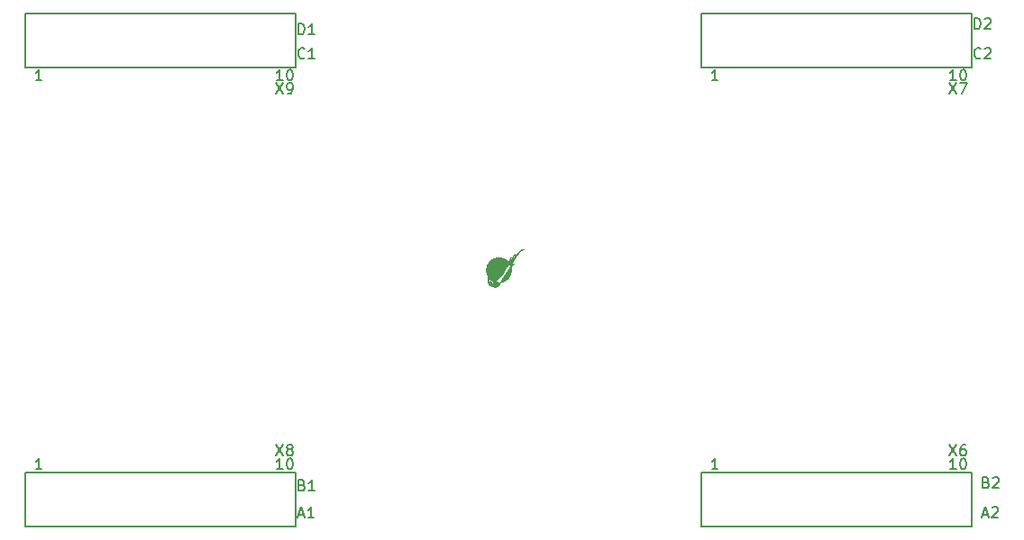
<source format=gbr>
G04 #@! TF.GenerationSoftware,KiCad,Pcbnew,(5.0.0)*
G04 #@! TF.CreationDate,2018-10-04T19:52:15-05:00*
G04 #@! TF.ProjectId,TIVA SMD Header Guide,5449564120534D442048656164657220,rev?*
G04 #@! TF.SameCoordinates,Original*
G04 #@! TF.FileFunction,Legend,Top*
G04 #@! TF.FilePolarity,Positive*
%FSLAX46Y46*%
G04 Gerber Fmt 4.6, Leading zero omitted, Abs format (unit mm)*
G04 Created by KiCad (PCBNEW (5.0.0)) date 10/04/18 19:52:15*
%MOMM*%
%LPD*%
G01*
G04 APERTURE LIST*
%ADD10C,0.150000*%
%ADD11C,0.010000*%
G04 APERTURE END LIST*
D10*
G04 #@! TO.C,REF\002A\002A*
X100076000Y-107823000D02*
X100076000Y-102743000D01*
X100076000Y-102743000D02*
X74676000Y-102743000D01*
X74676000Y-102743000D02*
X74676000Y-107823000D01*
X74676000Y-107823000D02*
X100076000Y-107823000D01*
X100076000Y-64643000D02*
X100076000Y-59563000D01*
X100076000Y-59563000D02*
X74676000Y-59563000D01*
X74676000Y-59563000D02*
X74676000Y-64643000D01*
X74676000Y-64643000D02*
X100076000Y-64643000D01*
X163576000Y-102743000D02*
X138176000Y-102743000D01*
X138176000Y-64643000D02*
X163576000Y-64643000D01*
X163576000Y-107823000D02*
X163576000Y-102743000D01*
X138176000Y-102743000D02*
X138176000Y-107823000D01*
X138176000Y-107823000D02*
X163576000Y-107823000D01*
X163576000Y-64643000D02*
X163576000Y-59563000D01*
X163576000Y-59563000D02*
X138176000Y-59563000D01*
X138176000Y-59563000D02*
X138176000Y-64643000D01*
D11*
G04 #@! TO.C,G\002A\002A\002A*
G36*
X121448294Y-81739839D02*
X121463586Y-81741030D01*
X121476896Y-81742846D01*
X121485995Y-81744888D01*
X121496665Y-81748282D01*
X121504784Y-81751485D01*
X121509921Y-81754301D01*
X121511646Y-81756473D01*
X121509859Y-81756786D01*
X121505015Y-81756418D01*
X121497888Y-81755452D01*
X121490642Y-81754227D01*
X121473277Y-81751820D01*
X121454725Y-81750576D01*
X121436232Y-81750503D01*
X121419042Y-81751607D01*
X121405161Y-81753730D01*
X121378134Y-81761234D01*
X121349928Y-81772435D01*
X121320569Y-81787316D01*
X121290082Y-81805856D01*
X121258492Y-81828035D01*
X121225825Y-81853834D01*
X121192106Y-81883234D01*
X121157361Y-81916215D01*
X121121614Y-81952758D01*
X121084891Y-81992842D01*
X121064038Y-82016681D01*
X121052397Y-82030329D01*
X121039515Y-82045665D01*
X121025839Y-82062134D01*
X121011819Y-82079186D01*
X120997904Y-82096267D01*
X120984543Y-82112825D01*
X120972185Y-82128309D01*
X120961280Y-82142164D01*
X120952276Y-82153840D01*
X120949126Y-82158020D01*
X120934537Y-82177835D01*
X120918247Y-82200459D01*
X120900611Y-82225374D01*
X120881982Y-82252062D01*
X120862711Y-82280008D01*
X120843154Y-82308694D01*
X120823663Y-82337603D01*
X120804590Y-82366218D01*
X120786290Y-82394023D01*
X120769116Y-82420501D01*
X120759524Y-82435495D01*
X120730513Y-82481177D01*
X120703476Y-82523883D01*
X120678240Y-82563903D01*
X120654627Y-82601523D01*
X120632464Y-82637031D01*
X120611575Y-82670716D01*
X120591784Y-82702865D01*
X120572916Y-82733765D01*
X120554795Y-82763705D01*
X120537247Y-82792973D01*
X120520096Y-82821855D01*
X120503167Y-82850640D01*
X120486284Y-82879616D01*
X120469271Y-82909071D01*
X120451955Y-82939292D01*
X120443317Y-82954446D01*
X120434019Y-82970733D01*
X120423218Y-82989568D01*
X120411387Y-83010128D01*
X120399002Y-83031590D01*
X120386537Y-83053132D01*
X120374468Y-83073931D01*
X120363268Y-83093166D01*
X120362125Y-83095123D01*
X120350697Y-83114780D01*
X120338064Y-83136650D01*
X120324760Y-83159800D01*
X120311319Y-83183298D01*
X120298273Y-83206211D01*
X120286158Y-83227606D01*
X120275685Y-83246229D01*
X120265715Y-83264056D01*
X120257501Y-83278803D01*
X120250884Y-83290798D01*
X120245705Y-83300365D01*
X120241805Y-83307831D01*
X120239024Y-83313524D01*
X120237203Y-83317768D01*
X120236184Y-83320891D01*
X120235806Y-83323218D01*
X120235910Y-83325076D01*
X120236337Y-83326791D01*
X120236348Y-83326825D01*
X120238088Y-83331225D01*
X120239726Y-83333432D01*
X120239954Y-83333492D01*
X120241811Y-83332222D01*
X120246041Y-83328689D01*
X120252172Y-83323306D01*
X120259732Y-83316490D01*
X120268248Y-83308655D01*
X120268446Y-83308471D01*
X120304507Y-83275305D01*
X120338148Y-83245073D01*
X120369452Y-83217711D01*
X120398505Y-83193152D01*
X120425391Y-83171332D01*
X120450194Y-83152187D01*
X120473000Y-83135651D01*
X120493893Y-83121660D01*
X120512957Y-83110149D01*
X120530278Y-83101053D01*
X120545940Y-83094307D01*
X120549689Y-83092951D01*
X120563810Y-83088892D01*
X120575275Y-83087485D01*
X120584316Y-83088751D01*
X120591165Y-83092708D01*
X120594508Y-83096668D01*
X120596534Y-83100033D01*
X120595919Y-83100927D01*
X120592353Y-83100180D01*
X120583853Y-83098288D01*
X120577439Y-83097658D01*
X120571510Y-83098264D01*
X120565455Y-83099793D01*
X120555819Y-83103801D01*
X120543967Y-83110869D01*
X120529891Y-83121006D01*
X120513584Y-83134219D01*
X120495038Y-83150516D01*
X120474244Y-83169905D01*
X120451195Y-83192393D01*
X120425882Y-83217988D01*
X120398298Y-83246698D01*
X120368435Y-83278531D01*
X120336283Y-83313495D01*
X120301837Y-83351597D01*
X120274007Y-83382782D01*
X120258868Y-83399833D01*
X120263895Y-83420882D01*
X120275985Y-83477685D01*
X120285713Y-83536775D01*
X120291842Y-83586515D01*
X120292857Y-83597242D01*
X120293671Y-83608383D01*
X120294300Y-83620500D01*
X120294764Y-83634156D01*
X120295081Y-83649913D01*
X120295269Y-83668334D01*
X120295346Y-83689982D01*
X120295350Y-83694954D01*
X120295306Y-83718236D01*
X120295130Y-83738330D01*
X120294780Y-83755953D01*
X120294217Y-83771824D01*
X120293398Y-83786660D01*
X120292284Y-83801180D01*
X120290833Y-83816101D01*
X120289005Y-83832141D01*
X120286758Y-83850020D01*
X120286370Y-83852998D01*
X120275768Y-83919146D01*
X120261394Y-83984373D01*
X120243308Y-84048541D01*
X120221569Y-84111510D01*
X120196234Y-84173140D01*
X120167362Y-84233293D01*
X120135011Y-84291827D01*
X120099240Y-84348604D01*
X120060107Y-84403484D01*
X120051319Y-84414946D01*
X120033040Y-84437612D01*
X120012443Y-84461623D01*
X119990220Y-84486250D01*
X119967065Y-84510767D01*
X119943672Y-84534445D01*
X119920732Y-84556556D01*
X119898941Y-84576372D01*
X119891222Y-84583050D01*
X119837429Y-84626422D01*
X119782144Y-84666185D01*
X119725339Y-84702352D01*
X119666984Y-84734935D01*
X119607051Y-84763950D01*
X119545513Y-84789408D01*
X119482340Y-84811323D01*
X119417505Y-84829709D01*
X119350979Y-84844579D01*
X119328410Y-84848759D01*
X119318632Y-84850507D01*
X119310349Y-84852043D01*
X119304262Y-84853231D01*
X119301074Y-84853938D01*
X119300772Y-84854049D01*
X119299596Y-84855763D01*
X119296615Y-84860213D01*
X119292178Y-84866874D01*
X119286634Y-84875224D01*
X119280729Y-84884139D01*
X119266364Y-84905625D01*
X119251160Y-84927966D01*
X119235538Y-84950563D01*
X119219920Y-84972822D01*
X119204727Y-84994146D01*
X119190381Y-85013938D01*
X119177302Y-85031601D01*
X119166304Y-85046038D01*
X119142537Y-85075680D01*
X119118126Y-85104272D01*
X119093515Y-85131348D01*
X119069145Y-85156441D01*
X119045460Y-85179085D01*
X119022901Y-85198812D01*
X119016584Y-85203960D01*
X118996721Y-85218889D01*
X118975364Y-85233202D01*
X118953337Y-85246429D01*
X118931467Y-85258099D01*
X118910580Y-85267743D01*
X118892719Y-85274494D01*
X118866107Y-85281663D01*
X118837989Y-85286356D01*
X118809555Y-85288457D01*
X118781997Y-85287847D01*
X118769423Y-85286557D01*
X118737522Y-85280483D01*
X118707076Y-85270838D01*
X118677973Y-85257571D01*
X118650104Y-85240631D01*
X118623356Y-85219968D01*
X118622682Y-85219388D01*
X118607057Y-85205885D01*
X118579801Y-85204515D01*
X118543189Y-85201796D01*
X118508902Y-85197471D01*
X118477329Y-85191604D01*
X118472871Y-85190454D01*
X118742773Y-85190454D01*
X118745556Y-85191303D01*
X118751180Y-85192456D01*
X118758611Y-85193710D01*
X118761607Y-85194158D01*
X118783741Y-85195625D01*
X118806127Y-85193879D01*
X118825108Y-85189700D01*
X118850568Y-85180222D01*
X118876170Y-85166856D01*
X118901890Y-85149619D01*
X118927705Y-85128525D01*
X118953590Y-85103592D01*
X118957819Y-85099160D01*
X118968415Y-85087929D01*
X118944100Y-85104107D01*
X118910059Y-85125336D01*
X118876404Y-85143329D01*
X118842167Y-85158517D01*
X118806380Y-85171332D01*
X118769712Y-85181789D01*
X118759899Y-85184395D01*
X118751775Y-85186765D01*
X118745930Y-85188710D01*
X118742954Y-85190040D01*
X118742773Y-85190454D01*
X118472871Y-85190454D01*
X118448856Y-85184260D01*
X118437721Y-85180684D01*
X118421718Y-85174597D01*
X118403938Y-85166823D01*
X118385677Y-85157997D01*
X118368227Y-85148751D01*
X118352884Y-85139721D01*
X118349073Y-85137272D01*
X118335730Y-85129261D01*
X118323774Y-85123814D01*
X118316835Y-85121568D01*
X118294128Y-85114270D01*
X118274384Y-85105547D01*
X118256786Y-85094965D01*
X118247189Y-85087369D01*
X118596634Y-85087369D01*
X118597289Y-85089080D01*
X118600029Y-85092391D01*
X118603936Y-85096400D01*
X118608093Y-85100207D01*
X118611581Y-85102912D01*
X118613256Y-85103677D01*
X118616104Y-85103359D01*
X118621784Y-85102511D01*
X118629284Y-85101287D01*
X118632886Y-85100672D01*
X118680169Y-85090772D01*
X118724973Y-85077992D01*
X118735035Y-85074674D01*
X118743646Y-85071719D01*
X118750182Y-85069351D01*
X118754018Y-85067791D01*
X118754769Y-85067319D01*
X118753241Y-85066942D01*
X118751350Y-85067361D01*
X118744063Y-85069177D01*
X118733603Y-85071146D01*
X118720697Y-85073183D01*
X118706071Y-85075202D01*
X118690453Y-85077118D01*
X118674569Y-85078846D01*
X118659146Y-85080300D01*
X118644913Y-85081393D01*
X118632594Y-85082041D01*
X118625434Y-85082184D01*
X118613611Y-85082533D01*
X118605058Y-85083649D01*
X118599194Y-85085637D01*
X118596634Y-85087369D01*
X118247189Y-85087369D01*
X118240517Y-85082089D01*
X118237603Y-85079435D01*
X118222952Y-85064652D01*
X118211009Y-85049791D01*
X118200772Y-85033543D01*
X118196716Y-85025944D01*
X118186344Y-85002656D01*
X118178165Y-84977564D01*
X118172025Y-84950101D01*
X118167791Y-84919907D01*
X118166337Y-84907917D01*
X118164579Y-84897955D01*
X118162143Y-84888442D01*
X118158654Y-84877803D01*
X118156212Y-84871061D01*
X118141679Y-84827561D01*
X118139672Y-84820139D01*
X118210000Y-84820139D01*
X118210931Y-84836373D01*
X118211627Y-84845517D01*
X118212598Y-84854570D01*
X118213647Y-84861730D01*
X118213768Y-84862368D01*
X118215524Y-84867928D01*
X118218974Y-84876078D01*
X118223740Y-84886092D01*
X118229446Y-84897245D01*
X118235714Y-84908811D01*
X118242169Y-84920067D01*
X118248435Y-84930285D01*
X118251304Y-84934669D01*
X118269103Y-84959280D01*
X118288668Y-84982984D01*
X118309263Y-85004974D01*
X118330154Y-85024446D01*
X118342508Y-85034572D01*
X118350392Y-85040634D01*
X118356035Y-85044693D01*
X118360279Y-85047146D01*
X118363967Y-85048391D01*
X118367942Y-85048823D01*
X118372792Y-85048842D01*
X118381318Y-85048405D01*
X118391135Y-85047393D01*
X118397810Y-85046407D01*
X118411104Y-85044084D01*
X118391620Y-85033476D01*
X118360412Y-85014389D01*
X118331423Y-84992288D01*
X118304579Y-84967092D01*
X118279803Y-84938718D01*
X118257020Y-84907084D01*
X118236155Y-84872108D01*
X118226239Y-84852981D01*
X118210000Y-84820139D01*
X118139672Y-84820139D01*
X118129000Y-84780678D01*
X118118184Y-84730478D01*
X118109244Y-84677024D01*
X118102191Y-84620383D01*
X118097034Y-84560616D01*
X118094276Y-84510450D01*
X118093732Y-84495154D01*
X118093341Y-84479416D01*
X118093116Y-84464214D01*
X118093069Y-84450527D01*
X118093213Y-84439334D01*
X118093339Y-84435461D01*
X118094097Y-84418332D01*
X118094928Y-84401472D01*
X118095800Y-84385350D01*
X118096683Y-84370433D01*
X118097548Y-84357189D01*
X118098363Y-84346085D01*
X118099100Y-84337589D01*
X118099728Y-84332169D01*
X118100118Y-84330385D01*
X118100599Y-84331553D01*
X118101276Y-84336136D01*
X118102099Y-84343652D01*
X118103020Y-84353614D01*
X118103990Y-84365539D01*
X118104845Y-84377277D01*
X118107882Y-84418381D01*
X118111087Y-84456058D01*
X118114527Y-84490788D01*
X118118268Y-84523049D01*
X118122376Y-84553321D01*
X118126918Y-84582084D01*
X118131958Y-84609816D01*
X118137565Y-84636998D01*
X118143803Y-84664108D01*
X118145265Y-84670100D01*
X118148294Y-84682005D01*
X118151878Y-84695445D01*
X118155791Y-84709638D01*
X118159809Y-84723803D01*
X118163708Y-84737157D01*
X118167263Y-84748919D01*
X118170250Y-84758306D01*
X118172086Y-84763595D01*
X118173864Y-84768367D01*
X118174993Y-84763595D01*
X118177931Y-84749413D01*
X118179320Y-84737496D01*
X118179204Y-84726536D01*
X118177623Y-84715228D01*
X118176686Y-84710742D01*
X118171856Y-84687477D01*
X118167626Y-84663451D01*
X118163929Y-84638112D01*
X118160696Y-84610908D01*
X118157861Y-84581286D01*
X118155354Y-84548693D01*
X118153792Y-84524361D01*
X118152452Y-84496628D01*
X118151702Y-84468642D01*
X118151535Y-84441184D01*
X118151945Y-84415035D01*
X118152926Y-84390979D01*
X118154021Y-84375970D01*
X118174753Y-84375970D01*
X118174778Y-84381583D01*
X118175044Y-84390025D01*
X118175520Y-84400762D01*
X118176177Y-84413261D01*
X118176983Y-84426988D01*
X118177909Y-84441408D01*
X118178923Y-84455990D01*
X118179996Y-84470199D01*
X118181097Y-84483500D01*
X118181518Y-84488215D01*
X118182814Y-84500970D01*
X118184489Y-84515237D01*
X118186464Y-84530510D01*
X118188657Y-84546286D01*
X118190989Y-84562059D01*
X118193378Y-84577325D01*
X118195744Y-84591578D01*
X118198007Y-84604314D01*
X118200085Y-84615028D01*
X118201899Y-84623215D01*
X118203368Y-84628370D01*
X118204125Y-84629884D01*
X118204964Y-84628465D01*
X118206633Y-84623988D01*
X118208887Y-84617154D01*
X118211445Y-84608799D01*
X118216624Y-84591904D01*
X118221935Y-84575667D01*
X118227223Y-84560465D01*
X118232337Y-84546680D01*
X118237125Y-84534691D01*
X118241433Y-84524877D01*
X118245109Y-84517619D01*
X118248001Y-84513297D01*
X118249956Y-84512289D01*
X118250143Y-84512430D01*
X118249985Y-84514481D01*
X118249139Y-84519894D01*
X118247691Y-84528197D01*
X118245725Y-84538922D01*
X118243327Y-84551599D01*
X118240581Y-84565758D01*
X118239244Y-84572546D01*
X118236038Y-84588981D01*
X118232858Y-84605723D01*
X118229854Y-84621964D01*
X118227172Y-84636892D01*
X118224959Y-84649700D01*
X118223363Y-84659576D01*
X118223233Y-84660438D01*
X118218961Y-84689053D01*
X118223338Y-84702445D01*
X118235591Y-84736952D01*
X118249388Y-84770438D01*
X118264404Y-84802227D01*
X118280313Y-84831642D01*
X118296790Y-84858006D01*
X118301165Y-84864330D01*
X118314842Y-84881678D01*
X118331349Y-84899367D01*
X118349835Y-84916661D01*
X118369448Y-84932828D01*
X118389339Y-84947135D01*
X118408658Y-84958846D01*
X118413897Y-84961585D01*
X118421362Y-84965202D01*
X118429490Y-84968927D01*
X118437488Y-84972424D01*
X118444562Y-84975356D01*
X118449916Y-84977389D01*
X118452759Y-84978186D01*
X118452999Y-84978139D01*
X118452403Y-84976280D01*
X118450484Y-84971489D01*
X118447506Y-84964401D01*
X118443734Y-84955655D01*
X118441818Y-84951277D01*
X118410419Y-84875119D01*
X118382312Y-84796972D01*
X118357573Y-84717067D01*
X118336279Y-84635635D01*
X118333549Y-84624007D01*
X118330397Y-84610342D01*
X118328063Y-84600016D01*
X118326479Y-84592561D01*
X118325576Y-84587511D01*
X118325286Y-84584398D01*
X118325540Y-84582757D01*
X118326269Y-84582120D01*
X118327365Y-84582019D01*
X118328614Y-84583788D01*
X118331129Y-84588862D01*
X118334764Y-84596899D01*
X118339372Y-84607560D01*
X118344807Y-84620506D01*
X118350924Y-84635395D01*
X118357577Y-84651888D01*
X118359906Y-84657730D01*
X118370368Y-84683995D01*
X118379559Y-84706968D01*
X118387626Y-84726998D01*
X118394716Y-84744436D01*
X118400975Y-84759632D01*
X118406548Y-84772936D01*
X118411584Y-84784698D01*
X118416227Y-84795267D01*
X118420624Y-84804994D01*
X118424921Y-84814228D01*
X118428281Y-84821279D01*
X118434542Y-84833952D01*
X118442113Y-84848718D01*
X118450694Y-84865033D01*
X118459982Y-84882353D01*
X118469677Y-84900136D01*
X118479476Y-84917838D01*
X118489080Y-84934915D01*
X118498185Y-84950824D01*
X118506491Y-84965022D01*
X118513696Y-84976965D01*
X118519499Y-84986110D01*
X118520706Y-84987911D01*
X118525003Y-84993098D01*
X118529642Y-84995961D01*
X118535180Y-84996460D01*
X118542175Y-84994559D01*
X118551185Y-84990218D01*
X118559768Y-84985236D01*
X118581272Y-84971404D01*
X118605045Y-84954631D01*
X118630934Y-84935038D01*
X118658250Y-84913177D01*
X118868092Y-84913177D01*
X118869069Y-84914154D01*
X118870046Y-84913177D01*
X118869069Y-84912200D01*
X118868092Y-84913177D01*
X118658250Y-84913177D01*
X118658784Y-84912750D01*
X118661922Y-84910119D01*
X118874433Y-84910119D01*
X118874700Y-84910246D01*
X118876483Y-84908870D01*
X118876884Y-84908292D01*
X118877382Y-84906465D01*
X118877115Y-84906338D01*
X118875332Y-84907714D01*
X118874931Y-84908292D01*
X118874433Y-84910119D01*
X118661922Y-84910119D01*
X118666967Y-84905890D01*
X118879815Y-84905890D01*
X118881043Y-84905750D01*
X118882258Y-84904941D01*
X118884778Y-84903039D01*
X118889655Y-84899384D01*
X118896113Y-84894558D01*
X118901308Y-84890681D01*
X118911616Y-84882901D01*
X118921525Y-84875252D01*
X118930579Y-84868104D01*
X118938322Y-84861826D01*
X118944299Y-84856788D01*
X118948053Y-84853359D01*
X118949135Y-84851914D01*
X118948803Y-84851699D01*
X118948168Y-84851832D01*
X118946870Y-84852581D01*
X118944548Y-84854218D01*
X118940843Y-84857010D01*
X118935396Y-84861227D01*
X118927846Y-84867139D01*
X118917835Y-84875015D01*
X118909326Y-84881716D01*
X118900173Y-84888972D01*
X118892176Y-84895400D01*
X118885805Y-84900613D01*
X118881532Y-84904227D01*
X118879827Y-84905855D01*
X118879815Y-84905890D01*
X118666967Y-84905890D01*
X118688442Y-84887890D01*
X118719752Y-84860580D01*
X118748908Y-84834291D01*
X118756745Y-84827131D01*
X118763608Y-84820877D01*
X118768960Y-84816019D01*
X118772264Y-84813044D01*
X118773014Y-84812386D01*
X118771981Y-84811269D01*
X118769760Y-84810197D01*
X118779625Y-84810197D01*
X118796016Y-84815177D01*
X118820536Y-84822173D01*
X118847932Y-84829188D01*
X118877179Y-84835984D01*
X118907253Y-84842324D01*
X118937131Y-84847971D01*
X118939735Y-84848430D01*
X118941854Y-84848601D01*
X118944161Y-84848174D01*
X118947061Y-84846870D01*
X118950958Y-84844412D01*
X118956257Y-84840523D01*
X118963360Y-84834926D01*
X118972673Y-84827343D01*
X118983588Y-84818334D01*
X118993992Y-84809790D01*
X119003459Y-84802145D01*
X119011560Y-84795737D01*
X119017865Y-84790901D01*
X119021945Y-84787974D01*
X119023314Y-84787231D01*
X119022809Y-84788496D01*
X119019740Y-84791985D01*
X119014479Y-84797342D01*
X119007395Y-84804210D01*
X118998860Y-84812234D01*
X118989245Y-84821057D01*
X118978921Y-84830324D01*
X118972982Y-84835562D01*
X118955756Y-84850654D01*
X118963213Y-84851924D01*
X118969461Y-84852841D01*
X118978748Y-84854014D01*
X118990224Y-84855353D01*
X119003035Y-84856765D01*
X119016329Y-84858159D01*
X119029254Y-84859443D01*
X119040958Y-84860524D01*
X119049800Y-84861253D01*
X119061546Y-84861922D01*
X119076393Y-84862433D01*
X119093534Y-84862786D01*
X119112166Y-84862980D01*
X119131483Y-84863016D01*
X119150680Y-84862892D01*
X119168953Y-84862609D01*
X119185498Y-84862165D01*
X119199509Y-84861560D01*
X119203210Y-84861340D01*
X119215370Y-84860458D01*
X119228528Y-84859333D01*
X119242100Y-84858036D01*
X119255505Y-84856631D01*
X119268158Y-84855189D01*
X119279476Y-84853775D01*
X119288878Y-84852457D01*
X119295780Y-84851304D01*
X119299599Y-84850383D01*
X119300128Y-84850100D01*
X119301398Y-84848168D01*
X119304465Y-84843269D01*
X119309099Y-84835775D01*
X119315071Y-84826061D01*
X119322152Y-84814500D01*
X119330111Y-84801465D01*
X119338719Y-84787331D01*
X119340015Y-84785200D01*
X119355782Y-84759262D01*
X119369726Y-84736308D01*
X119382052Y-84715980D01*
X119392968Y-84697925D01*
X119402682Y-84681786D01*
X119411402Y-84667208D01*
X119419334Y-84653837D01*
X119426687Y-84641316D01*
X119433667Y-84629291D01*
X119440483Y-84617405D01*
X119447341Y-84605305D01*
X119454450Y-84592634D01*
X119462016Y-84579038D01*
X119470247Y-84564160D01*
X119479351Y-84547646D01*
X119489477Y-84529246D01*
X119498700Y-84512701D01*
X119508137Y-84496175D01*
X119517406Y-84480310D01*
X119526129Y-84465743D01*
X119533925Y-84453116D01*
X119540414Y-84443068D01*
X119542399Y-84440144D01*
X119550683Y-84428062D01*
X119560060Y-84414215D01*
X119569504Y-84400124D01*
X119577994Y-84387309D01*
X119579864Y-84384459D01*
X119584390Y-84377503D01*
X119588581Y-84370954D01*
X119592649Y-84364443D01*
X119596806Y-84357603D01*
X119601264Y-84350066D01*
X119606235Y-84341461D01*
X119611930Y-84331422D01*
X119618563Y-84319580D01*
X119626344Y-84305566D01*
X119635485Y-84289012D01*
X119646199Y-84269550D01*
X119651165Y-84260518D01*
X119658066Y-84248106D01*
X119664455Y-84236984D01*
X119670725Y-84226553D01*
X119677270Y-84216212D01*
X119684482Y-84205359D01*
X119692754Y-84193393D01*
X119702480Y-84179715D01*
X119714052Y-84163723D01*
X119718266Y-84157941D01*
X119750118Y-84113999D01*
X119779499Y-84072861D01*
X119806394Y-84034547D01*
X119830791Y-83999076D01*
X119852675Y-83966469D01*
X119872033Y-83936745D01*
X119888852Y-83909925D01*
X119903118Y-83886028D01*
X119904576Y-83883500D01*
X119909813Y-83874537D01*
X119916572Y-83863197D01*
X119924293Y-83850408D01*
X119932415Y-83837099D01*
X119940376Y-83824196D01*
X119941771Y-83821954D01*
X119949718Y-83809005D01*
X119958922Y-83793704D01*
X119968751Y-83777120D01*
X119978575Y-83760320D01*
X119987762Y-83744375D01*
X119991973Y-83736961D01*
X119999173Y-83724221D01*
X120005970Y-83712212D01*
X120012060Y-83701472D01*
X120017139Y-83692536D01*
X120020902Y-83685941D01*
X120023027Y-83682254D01*
X120025492Y-83678681D01*
X120030097Y-83672610D01*
X120036458Y-83664523D01*
X120044190Y-83654905D01*
X120052909Y-83644237D01*
X120061894Y-83633407D01*
X120073443Y-83619535D01*
X120086530Y-83603725D01*
X120100245Y-83587085D01*
X120113676Y-83570721D01*
X120125911Y-83555740D01*
X120130277Y-83550369D01*
X120141727Y-83536300D01*
X120153798Y-83521539D01*
X120166227Y-83506402D01*
X120178750Y-83491206D01*
X120191105Y-83476267D01*
X120203027Y-83461902D01*
X120214252Y-83448427D01*
X120224519Y-83436158D01*
X120233562Y-83425412D01*
X120241119Y-83416505D01*
X120246926Y-83409754D01*
X120250720Y-83405475D01*
X120252084Y-83404080D01*
X120254723Y-83400918D01*
X120255323Y-83399085D01*
X120254798Y-83396483D01*
X120253351Y-83390848D01*
X120251174Y-83382894D01*
X120248462Y-83373332D01*
X120246971Y-83368194D01*
X120238619Y-83339616D01*
X120222465Y-83354382D01*
X120215960Y-83360201D01*
X120210561Y-83364794D01*
X120206873Y-83367661D01*
X120205520Y-83368356D01*
X120206143Y-83366468D01*
X120208392Y-83361820D01*
X120211945Y-83355038D01*
X120216481Y-83346747D01*
X120218374Y-83343370D01*
X120232018Y-83319175D01*
X120220976Y-83289699D01*
X120196948Y-83230748D01*
X120169484Y-83172831D01*
X120139035Y-83116890D01*
X120135870Y-83111487D01*
X120130098Y-83101771D01*
X120124969Y-83093279D01*
X120120824Y-83086563D01*
X120118004Y-83082176D01*
X120116884Y-83080679D01*
X120115703Y-83082164D01*
X120112893Y-83086720D01*
X120108669Y-83093971D01*
X120103244Y-83103539D01*
X120096830Y-83115049D01*
X120089641Y-83128125D01*
X120081891Y-83142391D01*
X120081710Y-83142724D01*
X120071806Y-83161000D01*
X120061393Y-83180103D01*
X120050632Y-83199743D01*
X120039686Y-83219632D01*
X120028717Y-83239479D01*
X120017887Y-83258997D01*
X120007357Y-83277896D01*
X119997291Y-83295886D01*
X119987850Y-83312678D01*
X119979195Y-83327985D01*
X119971490Y-83341515D01*
X119964896Y-83352981D01*
X119959576Y-83362092D01*
X119955690Y-83368561D01*
X119953403Y-83372097D01*
X119952836Y-83372667D01*
X119952740Y-83372315D01*
X119952729Y-83371802D01*
X119952877Y-83370924D01*
X119953258Y-83369478D01*
X119953946Y-83367258D01*
X119955016Y-83364061D01*
X119956543Y-83359684D01*
X119958599Y-83353920D01*
X119961260Y-83346568D01*
X119964600Y-83337422D01*
X119968694Y-83326279D01*
X119973614Y-83312935D01*
X119979436Y-83297185D01*
X119986235Y-83278825D01*
X119994083Y-83257652D01*
X120003056Y-83233461D01*
X120013228Y-83206048D01*
X120024673Y-83175209D01*
X120026689Y-83169779D01*
X120035542Y-83145844D01*
X120043820Y-83123307D01*
X120051433Y-83102418D01*
X120058293Y-83083429D01*
X120064309Y-83066590D01*
X120069394Y-83052154D01*
X120073458Y-83040369D01*
X120076411Y-83031489D01*
X120078165Y-83025764D01*
X120078631Y-83023446D01*
X120077119Y-83020897D01*
X120073814Y-83016064D01*
X120069198Y-83009592D01*
X120063751Y-83002124D01*
X120057952Y-82994307D01*
X120052282Y-82986784D01*
X120047222Y-82980202D01*
X120043251Y-82975205D01*
X120040849Y-82972438D01*
X120040400Y-82972092D01*
X120039428Y-82973805D01*
X120036879Y-82978797D01*
X120032871Y-82986822D01*
X120027523Y-82997639D01*
X120020954Y-83011005D01*
X120013283Y-83026677D01*
X120004628Y-83044411D01*
X119995108Y-83063966D01*
X119984843Y-83085098D01*
X119973950Y-83107564D01*
X119962550Y-83131122D01*
X119959404Y-83137629D01*
X119945831Y-83165692D01*
X119930856Y-83196617D01*
X119914793Y-83229755D01*
X119897956Y-83264459D01*
X119880661Y-83300080D01*
X119863222Y-83335971D01*
X119845954Y-83371483D01*
X119829173Y-83405968D01*
X119813192Y-83438778D01*
X119798327Y-83469265D01*
X119793550Y-83479054D01*
X119780826Y-83505132D01*
X119768077Y-83531278D01*
X119755474Y-83557141D01*
X119743188Y-83582369D01*
X119731391Y-83606612D01*
X119720251Y-83629518D01*
X119709942Y-83650736D01*
X119700632Y-83669915D01*
X119692494Y-83686703D01*
X119685697Y-83700750D01*
X119680413Y-83711705D01*
X119679591Y-83713414D01*
X119673062Y-83726868D01*
X119665041Y-83743186D01*
X119655831Y-83761763D01*
X119645734Y-83781992D01*
X119635056Y-83803268D01*
X119624099Y-83824984D01*
X119613166Y-83846535D01*
X119602562Y-83867314D01*
X119600828Y-83870699D01*
X119590710Y-83890468D01*
X119580520Y-83910438D01*
X119570512Y-83930111D01*
X119560939Y-83948986D01*
X119552052Y-83966563D01*
X119544106Y-83982344D01*
X119537353Y-83995829D01*
X119532045Y-84006517D01*
X119530549Y-84009559D01*
X119510909Y-84049649D01*
X119441970Y-84117998D01*
X119425237Y-84134534D01*
X119406417Y-84153042D01*
X119386250Y-84172799D01*
X119365477Y-84193081D01*
X119344842Y-84213165D01*
X119325083Y-84232327D01*
X119306944Y-84249843D01*
X119300849Y-84255707D01*
X119283039Y-84272824D01*
X119267789Y-84287493D01*
X119254843Y-84299975D01*
X119243943Y-84310530D01*
X119234833Y-84319419D01*
X119227256Y-84326902D01*
X119220953Y-84333238D01*
X119215669Y-84338689D01*
X119211147Y-84343514D01*
X119207128Y-84347973D01*
X119203356Y-84352328D01*
X119199575Y-84356838D01*
X119195527Y-84361763D01*
X119192812Y-84365088D01*
X119189054Y-84369685D01*
X119185430Y-84374086D01*
X119181778Y-84378474D01*
X119177937Y-84383032D01*
X119173745Y-84387941D01*
X119169038Y-84393383D01*
X119163656Y-84399541D01*
X119157436Y-84406596D01*
X119150216Y-84414731D01*
X119141833Y-84424128D01*
X119132127Y-84434969D01*
X119120934Y-84447437D01*
X119108094Y-84461712D01*
X119093442Y-84477979D01*
X119076818Y-84496417D01*
X119058060Y-84517211D01*
X119037005Y-84540541D01*
X119013691Y-84566369D01*
X118988285Y-84594210D01*
X118960424Y-84624183D01*
X118930564Y-84655810D01*
X118899157Y-84688614D01*
X118866660Y-84722117D01*
X118833527Y-84755843D01*
X118825454Y-84763995D01*
X118779625Y-84810197D01*
X118769760Y-84810197D01*
X118767906Y-84809303D01*
X118761483Y-84806791D01*
X118755430Y-84804695D01*
X118708476Y-84787788D01*
X118660500Y-84767798D01*
X118612280Y-84745109D01*
X118564593Y-84720107D01*
X118518216Y-84693176D01*
X118477558Y-84667150D01*
X118423203Y-84628312D01*
X118371085Y-84586315D01*
X118321366Y-84541309D01*
X118274207Y-84493446D01*
X118229772Y-84442878D01*
X118206176Y-84413484D01*
X118199268Y-84404520D01*
X118192676Y-84395841D01*
X118187038Y-84388294D01*
X118182990Y-84382727D01*
X118182200Y-84381597D01*
X118178684Y-84376906D01*
X118176009Y-84374103D01*
X118174999Y-84373719D01*
X118174753Y-84375970D01*
X118154021Y-84375970D01*
X118154457Y-84370007D01*
X118172523Y-84370007D01*
X118173500Y-84370984D01*
X118174477Y-84370007D01*
X118173500Y-84369030D01*
X118172523Y-84370007D01*
X118154457Y-84370007D01*
X118154473Y-84369796D01*
X118154991Y-84364633D01*
X118157033Y-84345582D01*
X118143472Y-84324491D01*
X118118921Y-84284151D01*
X118095194Y-84240928D01*
X118072788Y-84195834D01*
X118052203Y-84149880D01*
X118033938Y-84104078D01*
X118031578Y-84097691D01*
X118010798Y-84035217D01*
X117993670Y-83971538D01*
X117980203Y-83906873D01*
X117970410Y-83841438D01*
X117964301Y-83775449D01*
X117961888Y-83709125D01*
X117963181Y-83642682D01*
X117968191Y-83576337D01*
X117976930Y-83510308D01*
X117989408Y-83444810D01*
X117996756Y-83413519D01*
X118014823Y-83349097D01*
X118036487Y-83286107D01*
X118061664Y-83224668D01*
X118090270Y-83164903D01*
X118122221Y-83106929D01*
X118157433Y-83050869D01*
X118195821Y-82996843D01*
X118237302Y-82944970D01*
X118281792Y-82895371D01*
X118329206Y-82848167D01*
X118379461Y-82803478D01*
X118432472Y-82761424D01*
X118472086Y-82732991D01*
X118526150Y-82698135D01*
X118582419Y-82666353D01*
X118640628Y-82637720D01*
X118700512Y-82612312D01*
X118761807Y-82590204D01*
X118824248Y-82571473D01*
X118887569Y-82556194D01*
X118951507Y-82544443D01*
X119015796Y-82536296D01*
X119080171Y-82531829D01*
X119144369Y-82531116D01*
X119174262Y-82532093D01*
X119242367Y-82536959D01*
X119308479Y-82545109D01*
X119372809Y-82556600D01*
X119435570Y-82571489D01*
X119496971Y-82589833D01*
X119557224Y-82611689D01*
X119616541Y-82637115D01*
X119675132Y-82666167D01*
X119679915Y-82668714D01*
X119732387Y-82698689D01*
X119783849Y-82731815D01*
X119833844Y-82767726D01*
X119881921Y-82806058D01*
X119927624Y-82846446D01*
X119970500Y-82888526D01*
X120010094Y-82931932D01*
X120015433Y-82938193D01*
X120039199Y-82966305D01*
X120074156Y-82896387D01*
X120095706Y-82853598D01*
X120116217Y-82813548D01*
X120136149Y-82775367D01*
X120155966Y-82738185D01*
X120176127Y-82701132D01*
X120197093Y-82663338D01*
X120208083Y-82643784D01*
X120222586Y-82618503D01*
X120235627Y-82596674D01*
X120247300Y-82578162D01*
X120257696Y-82562833D01*
X120266908Y-82550554D01*
X120275030Y-82541190D01*
X120282152Y-82534607D01*
X120284942Y-82532591D01*
X120290355Y-82529270D01*
X120294582Y-82527077D01*
X120296214Y-82526554D01*
X120296034Y-82527961D01*
X120293825Y-82531727D01*
X120290012Y-82537169D01*
X120287818Y-82540071D01*
X120275897Y-82556917D01*
X120264485Y-82576048D01*
X120253199Y-82598131D01*
X120248565Y-82608090D01*
X120243612Y-82619283D01*
X120237402Y-82633779D01*
X120230075Y-82651232D01*
X120221770Y-82671295D01*
X120212625Y-82693620D01*
X120202778Y-82717862D01*
X120192368Y-82743672D01*
X120181535Y-82770705D01*
X120170416Y-82798613D01*
X120159150Y-82827049D01*
X120147876Y-82855667D01*
X120136733Y-82884119D01*
X120125859Y-82912059D01*
X120115393Y-82939139D01*
X120105473Y-82965014D01*
X120097146Y-82986933D01*
X120083019Y-83024305D01*
X120099597Y-83049126D01*
X120105359Y-83057566D01*
X120110379Y-83064562D01*
X120114265Y-83069598D01*
X120116628Y-83072159D01*
X120117139Y-83072323D01*
X120118228Y-83070344D01*
X120121005Y-83065251D01*
X120125297Y-83057362D01*
X120130929Y-83046998D01*
X120137727Y-83034480D01*
X120145518Y-83020127D01*
X120154128Y-83004260D01*
X120163383Y-82987199D01*
X120168430Y-82977892D01*
X120180213Y-82956208D01*
X120193308Y-82932188D01*
X120207235Y-82906711D01*
X120221510Y-82880655D01*
X120235653Y-82854900D01*
X120249181Y-82830323D01*
X120261613Y-82807805D01*
X120268048Y-82796184D01*
X120278850Y-82776681D01*
X120290138Y-82756261D01*
X120301561Y-82735561D01*
X120312768Y-82715221D01*
X120323407Y-82695877D01*
X120333126Y-82678169D01*
X120341575Y-82662734D01*
X120347116Y-82652577D01*
X120365736Y-82618459D01*
X120382883Y-82587260D01*
X120398874Y-82558427D01*
X120414028Y-82531408D01*
X120428662Y-82505647D01*
X120443095Y-82480593D01*
X120457645Y-82455692D01*
X120472631Y-82430391D01*
X120488370Y-82404136D01*
X120505181Y-82376375D01*
X120519024Y-82353676D01*
X120529343Y-82336834D01*
X120537972Y-82322847D01*
X120545233Y-82311221D01*
X120551449Y-82301462D01*
X120556942Y-82293075D01*
X120562035Y-82285566D01*
X120567049Y-82278440D01*
X120572307Y-82271203D01*
X120576374Y-82265715D01*
X120582956Y-82257354D01*
X120590658Y-82248310D01*
X120598884Y-82239207D01*
X120607037Y-82230672D01*
X120614520Y-82223329D01*
X120620736Y-82217804D01*
X120624991Y-82214774D01*
X120632238Y-82212379D01*
X120639305Y-82212439D01*
X120644806Y-82214916D01*
X120645247Y-82215326D01*
X120649581Y-82221579D01*
X120652738Y-82229661D01*
X120653908Y-82237260D01*
X120653252Y-82241423D01*
X120651374Y-82241994D01*
X120648409Y-82239046D01*
X120644492Y-82232651D01*
X120644138Y-82231988D01*
X120641111Y-82226778D01*
X120638240Y-82223447D01*
X120635213Y-82222191D01*
X120631720Y-82223208D01*
X120627449Y-82226695D01*
X120622088Y-82232849D01*
X120615326Y-82241869D01*
X120606852Y-82253952D01*
X120604808Y-82256923D01*
X120599164Y-82265244D01*
X120593896Y-82273272D01*
X120588804Y-82281375D01*
X120583688Y-82289920D01*
X120578349Y-82299275D01*
X120572586Y-82309808D01*
X120566200Y-82321885D01*
X120558992Y-82335875D01*
X120550762Y-82352146D01*
X120541309Y-82371064D01*
X120530435Y-82392998D01*
X120525962Y-82402050D01*
X120517288Y-82419632D01*
X120509165Y-82436142D01*
X120501492Y-82451799D01*
X120494169Y-82466823D01*
X120487096Y-82481432D01*
X120480171Y-82495848D01*
X120473295Y-82510289D01*
X120466368Y-82524974D01*
X120459289Y-82540124D01*
X120451958Y-82555959D01*
X120444274Y-82572696D01*
X120436137Y-82590557D01*
X120427448Y-82609761D01*
X120418104Y-82630527D01*
X120408007Y-82653075D01*
X120397056Y-82677624D01*
X120385150Y-82704394D01*
X120372190Y-82733604D01*
X120358074Y-82765475D01*
X120342703Y-82800226D01*
X120325976Y-82838075D01*
X120307793Y-82879243D01*
X120304460Y-82886792D01*
X120295706Y-82906644D01*
X120287476Y-82925360D01*
X120279897Y-82942648D01*
X120273097Y-82958214D01*
X120267202Y-82971768D01*
X120262339Y-82983018D01*
X120258635Y-82991670D01*
X120256218Y-82997432D01*
X120255213Y-83000013D01*
X120255215Y-83000115D01*
X120256864Y-82997889D01*
X120260581Y-82992593D01*
X120266252Y-82984396D01*
X120273761Y-82973468D01*
X120282992Y-82959977D01*
X120293830Y-82944093D01*
X120306158Y-82925985D01*
X120319860Y-82905823D01*
X120334822Y-82883777D01*
X120346518Y-82866523D01*
X120355079Y-82853952D01*
X120365636Y-82838556D01*
X120377932Y-82820704D01*
X120391710Y-82800763D01*
X120406714Y-82779103D01*
X120422687Y-82756092D01*
X120439372Y-82732098D01*
X120456513Y-82707490D01*
X120473853Y-82682636D01*
X120491135Y-82657904D01*
X120508103Y-82633662D01*
X120524499Y-82610280D01*
X120540068Y-82588126D01*
X120554553Y-82567567D01*
X120567697Y-82548973D01*
X120571816Y-82543161D01*
X120597995Y-82506637D01*
X120625755Y-82468610D01*
X120654739Y-82429540D01*
X120684588Y-82389891D01*
X120714943Y-82350125D01*
X120745446Y-82310703D01*
X120775738Y-82272089D01*
X120805461Y-82234745D01*
X120834256Y-82199132D01*
X120861765Y-82165714D01*
X120887629Y-82134952D01*
X120896106Y-82125038D01*
X120925763Y-82090805D01*
X120953469Y-82059447D01*
X120979536Y-82030657D01*
X121004278Y-82004126D01*
X121028010Y-81979546D01*
X121051043Y-81956608D01*
X121073692Y-81935003D01*
X121096270Y-81914425D01*
X121119091Y-81894563D01*
X121142468Y-81875110D01*
X121166714Y-81855758D01*
X121181446Y-81844345D01*
X121211204Y-81822710D01*
X121241286Y-81803124D01*
X121271296Y-81785783D01*
X121300837Y-81770886D01*
X121329511Y-81758630D01*
X121356922Y-81749211D01*
X121382672Y-81742828D01*
X121387551Y-81741940D01*
X121400648Y-81740324D01*
X121415812Y-81739456D01*
X121432032Y-81739304D01*
X121448294Y-81739839D01*
X121448294Y-81739839D01*
G37*
X121448294Y-81739839D02*
X121463586Y-81741030D01*
X121476896Y-81742846D01*
X121485995Y-81744888D01*
X121496665Y-81748282D01*
X121504784Y-81751485D01*
X121509921Y-81754301D01*
X121511646Y-81756473D01*
X121509859Y-81756786D01*
X121505015Y-81756418D01*
X121497888Y-81755452D01*
X121490642Y-81754227D01*
X121473277Y-81751820D01*
X121454725Y-81750576D01*
X121436232Y-81750503D01*
X121419042Y-81751607D01*
X121405161Y-81753730D01*
X121378134Y-81761234D01*
X121349928Y-81772435D01*
X121320569Y-81787316D01*
X121290082Y-81805856D01*
X121258492Y-81828035D01*
X121225825Y-81853834D01*
X121192106Y-81883234D01*
X121157361Y-81916215D01*
X121121614Y-81952758D01*
X121084891Y-81992842D01*
X121064038Y-82016681D01*
X121052397Y-82030329D01*
X121039515Y-82045665D01*
X121025839Y-82062134D01*
X121011819Y-82079186D01*
X120997904Y-82096267D01*
X120984543Y-82112825D01*
X120972185Y-82128309D01*
X120961280Y-82142164D01*
X120952276Y-82153840D01*
X120949126Y-82158020D01*
X120934537Y-82177835D01*
X120918247Y-82200459D01*
X120900611Y-82225374D01*
X120881982Y-82252062D01*
X120862711Y-82280008D01*
X120843154Y-82308694D01*
X120823663Y-82337603D01*
X120804590Y-82366218D01*
X120786290Y-82394023D01*
X120769116Y-82420501D01*
X120759524Y-82435495D01*
X120730513Y-82481177D01*
X120703476Y-82523883D01*
X120678240Y-82563903D01*
X120654627Y-82601523D01*
X120632464Y-82637031D01*
X120611575Y-82670716D01*
X120591784Y-82702865D01*
X120572916Y-82733765D01*
X120554795Y-82763705D01*
X120537247Y-82792973D01*
X120520096Y-82821855D01*
X120503167Y-82850640D01*
X120486284Y-82879616D01*
X120469271Y-82909071D01*
X120451955Y-82939292D01*
X120443317Y-82954446D01*
X120434019Y-82970733D01*
X120423218Y-82989568D01*
X120411387Y-83010128D01*
X120399002Y-83031590D01*
X120386537Y-83053132D01*
X120374468Y-83073931D01*
X120363268Y-83093166D01*
X120362125Y-83095123D01*
X120350697Y-83114780D01*
X120338064Y-83136650D01*
X120324760Y-83159800D01*
X120311319Y-83183298D01*
X120298273Y-83206211D01*
X120286158Y-83227606D01*
X120275685Y-83246229D01*
X120265715Y-83264056D01*
X120257501Y-83278803D01*
X120250884Y-83290798D01*
X120245705Y-83300365D01*
X120241805Y-83307831D01*
X120239024Y-83313524D01*
X120237203Y-83317768D01*
X120236184Y-83320891D01*
X120235806Y-83323218D01*
X120235910Y-83325076D01*
X120236337Y-83326791D01*
X120236348Y-83326825D01*
X120238088Y-83331225D01*
X120239726Y-83333432D01*
X120239954Y-83333492D01*
X120241811Y-83332222D01*
X120246041Y-83328689D01*
X120252172Y-83323306D01*
X120259732Y-83316490D01*
X120268248Y-83308655D01*
X120268446Y-83308471D01*
X120304507Y-83275305D01*
X120338148Y-83245073D01*
X120369452Y-83217711D01*
X120398505Y-83193152D01*
X120425391Y-83171332D01*
X120450194Y-83152187D01*
X120473000Y-83135651D01*
X120493893Y-83121660D01*
X120512957Y-83110149D01*
X120530278Y-83101053D01*
X120545940Y-83094307D01*
X120549689Y-83092951D01*
X120563810Y-83088892D01*
X120575275Y-83087485D01*
X120584316Y-83088751D01*
X120591165Y-83092708D01*
X120594508Y-83096668D01*
X120596534Y-83100033D01*
X120595919Y-83100927D01*
X120592353Y-83100180D01*
X120583853Y-83098288D01*
X120577439Y-83097658D01*
X120571510Y-83098264D01*
X120565455Y-83099793D01*
X120555819Y-83103801D01*
X120543967Y-83110869D01*
X120529891Y-83121006D01*
X120513584Y-83134219D01*
X120495038Y-83150516D01*
X120474244Y-83169905D01*
X120451195Y-83192393D01*
X120425882Y-83217988D01*
X120398298Y-83246698D01*
X120368435Y-83278531D01*
X120336283Y-83313495D01*
X120301837Y-83351597D01*
X120274007Y-83382782D01*
X120258868Y-83399833D01*
X120263895Y-83420882D01*
X120275985Y-83477685D01*
X120285713Y-83536775D01*
X120291842Y-83586515D01*
X120292857Y-83597242D01*
X120293671Y-83608383D01*
X120294300Y-83620500D01*
X120294764Y-83634156D01*
X120295081Y-83649913D01*
X120295269Y-83668334D01*
X120295346Y-83689982D01*
X120295350Y-83694954D01*
X120295306Y-83718236D01*
X120295130Y-83738330D01*
X120294780Y-83755953D01*
X120294217Y-83771824D01*
X120293398Y-83786660D01*
X120292284Y-83801180D01*
X120290833Y-83816101D01*
X120289005Y-83832141D01*
X120286758Y-83850020D01*
X120286370Y-83852998D01*
X120275768Y-83919146D01*
X120261394Y-83984373D01*
X120243308Y-84048541D01*
X120221569Y-84111510D01*
X120196234Y-84173140D01*
X120167362Y-84233293D01*
X120135011Y-84291827D01*
X120099240Y-84348604D01*
X120060107Y-84403484D01*
X120051319Y-84414946D01*
X120033040Y-84437612D01*
X120012443Y-84461623D01*
X119990220Y-84486250D01*
X119967065Y-84510767D01*
X119943672Y-84534445D01*
X119920732Y-84556556D01*
X119898941Y-84576372D01*
X119891222Y-84583050D01*
X119837429Y-84626422D01*
X119782144Y-84666185D01*
X119725339Y-84702352D01*
X119666984Y-84734935D01*
X119607051Y-84763950D01*
X119545513Y-84789408D01*
X119482340Y-84811323D01*
X119417505Y-84829709D01*
X119350979Y-84844579D01*
X119328410Y-84848759D01*
X119318632Y-84850507D01*
X119310349Y-84852043D01*
X119304262Y-84853231D01*
X119301074Y-84853938D01*
X119300772Y-84854049D01*
X119299596Y-84855763D01*
X119296615Y-84860213D01*
X119292178Y-84866874D01*
X119286634Y-84875224D01*
X119280729Y-84884139D01*
X119266364Y-84905625D01*
X119251160Y-84927966D01*
X119235538Y-84950563D01*
X119219920Y-84972822D01*
X119204727Y-84994146D01*
X119190381Y-85013938D01*
X119177302Y-85031601D01*
X119166304Y-85046038D01*
X119142537Y-85075680D01*
X119118126Y-85104272D01*
X119093515Y-85131348D01*
X119069145Y-85156441D01*
X119045460Y-85179085D01*
X119022901Y-85198812D01*
X119016584Y-85203960D01*
X118996721Y-85218889D01*
X118975364Y-85233202D01*
X118953337Y-85246429D01*
X118931467Y-85258099D01*
X118910580Y-85267743D01*
X118892719Y-85274494D01*
X118866107Y-85281663D01*
X118837989Y-85286356D01*
X118809555Y-85288457D01*
X118781997Y-85287847D01*
X118769423Y-85286557D01*
X118737522Y-85280483D01*
X118707076Y-85270838D01*
X118677973Y-85257571D01*
X118650104Y-85240631D01*
X118623356Y-85219968D01*
X118622682Y-85219388D01*
X118607057Y-85205885D01*
X118579801Y-85204515D01*
X118543189Y-85201796D01*
X118508902Y-85197471D01*
X118477329Y-85191604D01*
X118472871Y-85190454D01*
X118742773Y-85190454D01*
X118745556Y-85191303D01*
X118751180Y-85192456D01*
X118758611Y-85193710D01*
X118761607Y-85194158D01*
X118783741Y-85195625D01*
X118806127Y-85193879D01*
X118825108Y-85189700D01*
X118850568Y-85180222D01*
X118876170Y-85166856D01*
X118901890Y-85149619D01*
X118927705Y-85128525D01*
X118953590Y-85103592D01*
X118957819Y-85099160D01*
X118968415Y-85087929D01*
X118944100Y-85104107D01*
X118910059Y-85125336D01*
X118876404Y-85143329D01*
X118842167Y-85158517D01*
X118806380Y-85171332D01*
X118769712Y-85181789D01*
X118759899Y-85184395D01*
X118751775Y-85186765D01*
X118745930Y-85188710D01*
X118742954Y-85190040D01*
X118742773Y-85190454D01*
X118472871Y-85190454D01*
X118448856Y-85184260D01*
X118437721Y-85180684D01*
X118421718Y-85174597D01*
X118403938Y-85166823D01*
X118385677Y-85157997D01*
X118368227Y-85148751D01*
X118352884Y-85139721D01*
X118349073Y-85137272D01*
X118335730Y-85129261D01*
X118323774Y-85123814D01*
X118316835Y-85121568D01*
X118294128Y-85114270D01*
X118274384Y-85105547D01*
X118256786Y-85094965D01*
X118247189Y-85087369D01*
X118596634Y-85087369D01*
X118597289Y-85089080D01*
X118600029Y-85092391D01*
X118603936Y-85096400D01*
X118608093Y-85100207D01*
X118611581Y-85102912D01*
X118613256Y-85103677D01*
X118616104Y-85103359D01*
X118621784Y-85102511D01*
X118629284Y-85101287D01*
X118632886Y-85100672D01*
X118680169Y-85090772D01*
X118724973Y-85077992D01*
X118735035Y-85074674D01*
X118743646Y-85071719D01*
X118750182Y-85069351D01*
X118754018Y-85067791D01*
X118754769Y-85067319D01*
X118753241Y-85066942D01*
X118751350Y-85067361D01*
X118744063Y-85069177D01*
X118733603Y-85071146D01*
X118720697Y-85073183D01*
X118706071Y-85075202D01*
X118690453Y-85077118D01*
X118674569Y-85078846D01*
X118659146Y-85080300D01*
X118644913Y-85081393D01*
X118632594Y-85082041D01*
X118625434Y-85082184D01*
X118613611Y-85082533D01*
X118605058Y-85083649D01*
X118599194Y-85085637D01*
X118596634Y-85087369D01*
X118247189Y-85087369D01*
X118240517Y-85082089D01*
X118237603Y-85079435D01*
X118222952Y-85064652D01*
X118211009Y-85049791D01*
X118200772Y-85033543D01*
X118196716Y-85025944D01*
X118186344Y-85002656D01*
X118178165Y-84977564D01*
X118172025Y-84950101D01*
X118167791Y-84919907D01*
X118166337Y-84907917D01*
X118164579Y-84897955D01*
X118162143Y-84888442D01*
X118158654Y-84877803D01*
X118156212Y-84871061D01*
X118141679Y-84827561D01*
X118139672Y-84820139D01*
X118210000Y-84820139D01*
X118210931Y-84836373D01*
X118211627Y-84845517D01*
X118212598Y-84854570D01*
X118213647Y-84861730D01*
X118213768Y-84862368D01*
X118215524Y-84867928D01*
X118218974Y-84876078D01*
X118223740Y-84886092D01*
X118229446Y-84897245D01*
X118235714Y-84908811D01*
X118242169Y-84920067D01*
X118248435Y-84930285D01*
X118251304Y-84934669D01*
X118269103Y-84959280D01*
X118288668Y-84982984D01*
X118309263Y-85004974D01*
X118330154Y-85024446D01*
X118342508Y-85034572D01*
X118350392Y-85040634D01*
X118356035Y-85044693D01*
X118360279Y-85047146D01*
X118363967Y-85048391D01*
X118367942Y-85048823D01*
X118372792Y-85048842D01*
X118381318Y-85048405D01*
X118391135Y-85047393D01*
X118397810Y-85046407D01*
X118411104Y-85044084D01*
X118391620Y-85033476D01*
X118360412Y-85014389D01*
X118331423Y-84992288D01*
X118304579Y-84967092D01*
X118279803Y-84938718D01*
X118257020Y-84907084D01*
X118236155Y-84872108D01*
X118226239Y-84852981D01*
X118210000Y-84820139D01*
X118139672Y-84820139D01*
X118129000Y-84780678D01*
X118118184Y-84730478D01*
X118109244Y-84677024D01*
X118102191Y-84620383D01*
X118097034Y-84560616D01*
X118094276Y-84510450D01*
X118093732Y-84495154D01*
X118093341Y-84479416D01*
X118093116Y-84464214D01*
X118093069Y-84450527D01*
X118093213Y-84439334D01*
X118093339Y-84435461D01*
X118094097Y-84418332D01*
X118094928Y-84401472D01*
X118095800Y-84385350D01*
X118096683Y-84370433D01*
X118097548Y-84357189D01*
X118098363Y-84346085D01*
X118099100Y-84337589D01*
X118099728Y-84332169D01*
X118100118Y-84330385D01*
X118100599Y-84331553D01*
X118101276Y-84336136D01*
X118102099Y-84343652D01*
X118103020Y-84353614D01*
X118103990Y-84365539D01*
X118104845Y-84377277D01*
X118107882Y-84418381D01*
X118111087Y-84456058D01*
X118114527Y-84490788D01*
X118118268Y-84523049D01*
X118122376Y-84553321D01*
X118126918Y-84582084D01*
X118131958Y-84609816D01*
X118137565Y-84636998D01*
X118143803Y-84664108D01*
X118145265Y-84670100D01*
X118148294Y-84682005D01*
X118151878Y-84695445D01*
X118155791Y-84709638D01*
X118159809Y-84723803D01*
X118163708Y-84737157D01*
X118167263Y-84748919D01*
X118170250Y-84758306D01*
X118172086Y-84763595D01*
X118173864Y-84768367D01*
X118174993Y-84763595D01*
X118177931Y-84749413D01*
X118179320Y-84737496D01*
X118179204Y-84726536D01*
X118177623Y-84715228D01*
X118176686Y-84710742D01*
X118171856Y-84687477D01*
X118167626Y-84663451D01*
X118163929Y-84638112D01*
X118160696Y-84610908D01*
X118157861Y-84581286D01*
X118155354Y-84548693D01*
X118153792Y-84524361D01*
X118152452Y-84496628D01*
X118151702Y-84468642D01*
X118151535Y-84441184D01*
X118151945Y-84415035D01*
X118152926Y-84390979D01*
X118154021Y-84375970D01*
X118174753Y-84375970D01*
X118174778Y-84381583D01*
X118175044Y-84390025D01*
X118175520Y-84400762D01*
X118176177Y-84413261D01*
X118176983Y-84426988D01*
X118177909Y-84441408D01*
X118178923Y-84455990D01*
X118179996Y-84470199D01*
X118181097Y-84483500D01*
X118181518Y-84488215D01*
X118182814Y-84500970D01*
X118184489Y-84515237D01*
X118186464Y-84530510D01*
X118188657Y-84546286D01*
X118190989Y-84562059D01*
X118193378Y-84577325D01*
X118195744Y-84591578D01*
X118198007Y-84604314D01*
X118200085Y-84615028D01*
X118201899Y-84623215D01*
X118203368Y-84628370D01*
X118204125Y-84629884D01*
X118204964Y-84628465D01*
X118206633Y-84623988D01*
X118208887Y-84617154D01*
X118211445Y-84608799D01*
X118216624Y-84591904D01*
X118221935Y-84575667D01*
X118227223Y-84560465D01*
X118232337Y-84546680D01*
X118237125Y-84534691D01*
X118241433Y-84524877D01*
X118245109Y-84517619D01*
X118248001Y-84513297D01*
X118249956Y-84512289D01*
X118250143Y-84512430D01*
X118249985Y-84514481D01*
X118249139Y-84519894D01*
X118247691Y-84528197D01*
X118245725Y-84538922D01*
X118243327Y-84551599D01*
X118240581Y-84565758D01*
X118239244Y-84572546D01*
X118236038Y-84588981D01*
X118232858Y-84605723D01*
X118229854Y-84621964D01*
X118227172Y-84636892D01*
X118224959Y-84649700D01*
X118223363Y-84659576D01*
X118223233Y-84660438D01*
X118218961Y-84689053D01*
X118223338Y-84702445D01*
X118235591Y-84736952D01*
X118249388Y-84770438D01*
X118264404Y-84802227D01*
X118280313Y-84831642D01*
X118296790Y-84858006D01*
X118301165Y-84864330D01*
X118314842Y-84881678D01*
X118331349Y-84899367D01*
X118349835Y-84916661D01*
X118369448Y-84932828D01*
X118389339Y-84947135D01*
X118408658Y-84958846D01*
X118413897Y-84961585D01*
X118421362Y-84965202D01*
X118429490Y-84968927D01*
X118437488Y-84972424D01*
X118444562Y-84975356D01*
X118449916Y-84977389D01*
X118452759Y-84978186D01*
X118452999Y-84978139D01*
X118452403Y-84976280D01*
X118450484Y-84971489D01*
X118447506Y-84964401D01*
X118443734Y-84955655D01*
X118441818Y-84951277D01*
X118410419Y-84875119D01*
X118382312Y-84796972D01*
X118357573Y-84717067D01*
X118336279Y-84635635D01*
X118333549Y-84624007D01*
X118330397Y-84610342D01*
X118328063Y-84600016D01*
X118326479Y-84592561D01*
X118325576Y-84587511D01*
X118325286Y-84584398D01*
X118325540Y-84582757D01*
X118326269Y-84582120D01*
X118327365Y-84582019D01*
X118328614Y-84583788D01*
X118331129Y-84588862D01*
X118334764Y-84596899D01*
X118339372Y-84607560D01*
X118344807Y-84620506D01*
X118350924Y-84635395D01*
X118357577Y-84651888D01*
X118359906Y-84657730D01*
X118370368Y-84683995D01*
X118379559Y-84706968D01*
X118387626Y-84726998D01*
X118394716Y-84744436D01*
X118400975Y-84759632D01*
X118406548Y-84772936D01*
X118411584Y-84784698D01*
X118416227Y-84795267D01*
X118420624Y-84804994D01*
X118424921Y-84814228D01*
X118428281Y-84821279D01*
X118434542Y-84833952D01*
X118442113Y-84848718D01*
X118450694Y-84865033D01*
X118459982Y-84882353D01*
X118469677Y-84900136D01*
X118479476Y-84917838D01*
X118489080Y-84934915D01*
X118498185Y-84950824D01*
X118506491Y-84965022D01*
X118513696Y-84976965D01*
X118519499Y-84986110D01*
X118520706Y-84987911D01*
X118525003Y-84993098D01*
X118529642Y-84995961D01*
X118535180Y-84996460D01*
X118542175Y-84994559D01*
X118551185Y-84990218D01*
X118559768Y-84985236D01*
X118581272Y-84971404D01*
X118605045Y-84954631D01*
X118630934Y-84935038D01*
X118658250Y-84913177D01*
X118868092Y-84913177D01*
X118869069Y-84914154D01*
X118870046Y-84913177D01*
X118869069Y-84912200D01*
X118868092Y-84913177D01*
X118658250Y-84913177D01*
X118658784Y-84912750D01*
X118661922Y-84910119D01*
X118874433Y-84910119D01*
X118874700Y-84910246D01*
X118876483Y-84908870D01*
X118876884Y-84908292D01*
X118877382Y-84906465D01*
X118877115Y-84906338D01*
X118875332Y-84907714D01*
X118874931Y-84908292D01*
X118874433Y-84910119D01*
X118661922Y-84910119D01*
X118666967Y-84905890D01*
X118879815Y-84905890D01*
X118881043Y-84905750D01*
X118882258Y-84904941D01*
X118884778Y-84903039D01*
X118889655Y-84899384D01*
X118896113Y-84894558D01*
X118901308Y-84890681D01*
X118911616Y-84882901D01*
X118921525Y-84875252D01*
X118930579Y-84868104D01*
X118938322Y-84861826D01*
X118944299Y-84856788D01*
X118948053Y-84853359D01*
X118949135Y-84851914D01*
X118948803Y-84851699D01*
X118948168Y-84851832D01*
X118946870Y-84852581D01*
X118944548Y-84854218D01*
X118940843Y-84857010D01*
X118935396Y-84861227D01*
X118927846Y-84867139D01*
X118917835Y-84875015D01*
X118909326Y-84881716D01*
X118900173Y-84888972D01*
X118892176Y-84895400D01*
X118885805Y-84900613D01*
X118881532Y-84904227D01*
X118879827Y-84905855D01*
X118879815Y-84905890D01*
X118666967Y-84905890D01*
X118688442Y-84887890D01*
X118719752Y-84860580D01*
X118748908Y-84834291D01*
X118756745Y-84827131D01*
X118763608Y-84820877D01*
X118768960Y-84816019D01*
X118772264Y-84813044D01*
X118773014Y-84812386D01*
X118771981Y-84811269D01*
X118769760Y-84810197D01*
X118779625Y-84810197D01*
X118796016Y-84815177D01*
X118820536Y-84822173D01*
X118847932Y-84829188D01*
X118877179Y-84835984D01*
X118907253Y-84842324D01*
X118937131Y-84847971D01*
X118939735Y-84848430D01*
X118941854Y-84848601D01*
X118944161Y-84848174D01*
X118947061Y-84846870D01*
X118950958Y-84844412D01*
X118956257Y-84840523D01*
X118963360Y-84834926D01*
X118972673Y-84827343D01*
X118983588Y-84818334D01*
X118993992Y-84809790D01*
X119003459Y-84802145D01*
X119011560Y-84795737D01*
X119017865Y-84790901D01*
X119021945Y-84787974D01*
X119023314Y-84787231D01*
X119022809Y-84788496D01*
X119019740Y-84791985D01*
X119014479Y-84797342D01*
X119007395Y-84804210D01*
X118998860Y-84812234D01*
X118989245Y-84821057D01*
X118978921Y-84830324D01*
X118972982Y-84835562D01*
X118955756Y-84850654D01*
X118963213Y-84851924D01*
X118969461Y-84852841D01*
X118978748Y-84854014D01*
X118990224Y-84855353D01*
X119003035Y-84856765D01*
X119016329Y-84858159D01*
X119029254Y-84859443D01*
X119040958Y-84860524D01*
X119049800Y-84861253D01*
X119061546Y-84861922D01*
X119076393Y-84862433D01*
X119093534Y-84862786D01*
X119112166Y-84862980D01*
X119131483Y-84863016D01*
X119150680Y-84862892D01*
X119168953Y-84862609D01*
X119185498Y-84862165D01*
X119199509Y-84861560D01*
X119203210Y-84861340D01*
X119215370Y-84860458D01*
X119228528Y-84859333D01*
X119242100Y-84858036D01*
X119255505Y-84856631D01*
X119268158Y-84855189D01*
X119279476Y-84853775D01*
X119288878Y-84852457D01*
X119295780Y-84851304D01*
X119299599Y-84850383D01*
X119300128Y-84850100D01*
X119301398Y-84848168D01*
X119304465Y-84843269D01*
X119309099Y-84835775D01*
X119315071Y-84826061D01*
X119322152Y-84814500D01*
X119330111Y-84801465D01*
X119338719Y-84787331D01*
X119340015Y-84785200D01*
X119355782Y-84759262D01*
X119369726Y-84736308D01*
X119382052Y-84715980D01*
X119392968Y-84697925D01*
X119402682Y-84681786D01*
X119411402Y-84667208D01*
X119419334Y-84653837D01*
X119426687Y-84641316D01*
X119433667Y-84629291D01*
X119440483Y-84617405D01*
X119447341Y-84605305D01*
X119454450Y-84592634D01*
X119462016Y-84579038D01*
X119470247Y-84564160D01*
X119479351Y-84547646D01*
X119489477Y-84529246D01*
X119498700Y-84512701D01*
X119508137Y-84496175D01*
X119517406Y-84480310D01*
X119526129Y-84465743D01*
X119533925Y-84453116D01*
X119540414Y-84443068D01*
X119542399Y-84440144D01*
X119550683Y-84428062D01*
X119560060Y-84414215D01*
X119569504Y-84400124D01*
X119577994Y-84387309D01*
X119579864Y-84384459D01*
X119584390Y-84377503D01*
X119588581Y-84370954D01*
X119592649Y-84364443D01*
X119596806Y-84357603D01*
X119601264Y-84350066D01*
X119606235Y-84341461D01*
X119611930Y-84331422D01*
X119618563Y-84319580D01*
X119626344Y-84305566D01*
X119635485Y-84289012D01*
X119646199Y-84269550D01*
X119651165Y-84260518D01*
X119658066Y-84248106D01*
X119664455Y-84236984D01*
X119670725Y-84226553D01*
X119677270Y-84216212D01*
X119684482Y-84205359D01*
X119692754Y-84193393D01*
X119702480Y-84179715D01*
X119714052Y-84163723D01*
X119718266Y-84157941D01*
X119750118Y-84113999D01*
X119779499Y-84072861D01*
X119806394Y-84034547D01*
X119830791Y-83999076D01*
X119852675Y-83966469D01*
X119872033Y-83936745D01*
X119888852Y-83909925D01*
X119903118Y-83886028D01*
X119904576Y-83883500D01*
X119909813Y-83874537D01*
X119916572Y-83863197D01*
X119924293Y-83850408D01*
X119932415Y-83837099D01*
X119940376Y-83824196D01*
X119941771Y-83821954D01*
X119949718Y-83809005D01*
X119958922Y-83793704D01*
X119968751Y-83777120D01*
X119978575Y-83760320D01*
X119987762Y-83744375D01*
X119991973Y-83736961D01*
X119999173Y-83724221D01*
X120005970Y-83712212D01*
X120012060Y-83701472D01*
X120017139Y-83692536D01*
X120020902Y-83685941D01*
X120023027Y-83682254D01*
X120025492Y-83678681D01*
X120030097Y-83672610D01*
X120036458Y-83664523D01*
X120044190Y-83654905D01*
X120052909Y-83644237D01*
X120061894Y-83633407D01*
X120073443Y-83619535D01*
X120086530Y-83603725D01*
X120100245Y-83587085D01*
X120113676Y-83570721D01*
X120125911Y-83555740D01*
X120130277Y-83550369D01*
X120141727Y-83536300D01*
X120153798Y-83521539D01*
X120166227Y-83506402D01*
X120178750Y-83491206D01*
X120191105Y-83476267D01*
X120203027Y-83461902D01*
X120214252Y-83448427D01*
X120224519Y-83436158D01*
X120233562Y-83425412D01*
X120241119Y-83416505D01*
X120246926Y-83409754D01*
X120250720Y-83405475D01*
X120252084Y-83404080D01*
X120254723Y-83400918D01*
X120255323Y-83399085D01*
X120254798Y-83396483D01*
X120253351Y-83390848D01*
X120251174Y-83382894D01*
X120248462Y-83373332D01*
X120246971Y-83368194D01*
X120238619Y-83339616D01*
X120222465Y-83354382D01*
X120215960Y-83360201D01*
X120210561Y-83364794D01*
X120206873Y-83367661D01*
X120205520Y-83368356D01*
X120206143Y-83366468D01*
X120208392Y-83361820D01*
X120211945Y-83355038D01*
X120216481Y-83346747D01*
X120218374Y-83343370D01*
X120232018Y-83319175D01*
X120220976Y-83289699D01*
X120196948Y-83230748D01*
X120169484Y-83172831D01*
X120139035Y-83116890D01*
X120135870Y-83111487D01*
X120130098Y-83101771D01*
X120124969Y-83093279D01*
X120120824Y-83086563D01*
X120118004Y-83082176D01*
X120116884Y-83080679D01*
X120115703Y-83082164D01*
X120112893Y-83086720D01*
X120108669Y-83093971D01*
X120103244Y-83103539D01*
X120096830Y-83115049D01*
X120089641Y-83128125D01*
X120081891Y-83142391D01*
X120081710Y-83142724D01*
X120071806Y-83161000D01*
X120061393Y-83180103D01*
X120050632Y-83199743D01*
X120039686Y-83219632D01*
X120028717Y-83239479D01*
X120017887Y-83258997D01*
X120007357Y-83277896D01*
X119997291Y-83295886D01*
X119987850Y-83312678D01*
X119979195Y-83327985D01*
X119971490Y-83341515D01*
X119964896Y-83352981D01*
X119959576Y-83362092D01*
X119955690Y-83368561D01*
X119953403Y-83372097D01*
X119952836Y-83372667D01*
X119952740Y-83372315D01*
X119952729Y-83371802D01*
X119952877Y-83370924D01*
X119953258Y-83369478D01*
X119953946Y-83367258D01*
X119955016Y-83364061D01*
X119956543Y-83359684D01*
X119958599Y-83353920D01*
X119961260Y-83346568D01*
X119964600Y-83337422D01*
X119968694Y-83326279D01*
X119973614Y-83312935D01*
X119979436Y-83297185D01*
X119986235Y-83278825D01*
X119994083Y-83257652D01*
X120003056Y-83233461D01*
X120013228Y-83206048D01*
X120024673Y-83175209D01*
X120026689Y-83169779D01*
X120035542Y-83145844D01*
X120043820Y-83123307D01*
X120051433Y-83102418D01*
X120058293Y-83083429D01*
X120064309Y-83066590D01*
X120069394Y-83052154D01*
X120073458Y-83040369D01*
X120076411Y-83031489D01*
X120078165Y-83025764D01*
X120078631Y-83023446D01*
X120077119Y-83020897D01*
X120073814Y-83016064D01*
X120069198Y-83009592D01*
X120063751Y-83002124D01*
X120057952Y-82994307D01*
X120052282Y-82986784D01*
X120047222Y-82980202D01*
X120043251Y-82975205D01*
X120040849Y-82972438D01*
X120040400Y-82972092D01*
X120039428Y-82973805D01*
X120036879Y-82978797D01*
X120032871Y-82986822D01*
X120027523Y-82997639D01*
X120020954Y-83011005D01*
X120013283Y-83026677D01*
X120004628Y-83044411D01*
X119995108Y-83063966D01*
X119984843Y-83085098D01*
X119973950Y-83107564D01*
X119962550Y-83131122D01*
X119959404Y-83137629D01*
X119945831Y-83165692D01*
X119930856Y-83196617D01*
X119914793Y-83229755D01*
X119897956Y-83264459D01*
X119880661Y-83300080D01*
X119863222Y-83335971D01*
X119845954Y-83371483D01*
X119829173Y-83405968D01*
X119813192Y-83438778D01*
X119798327Y-83469265D01*
X119793550Y-83479054D01*
X119780826Y-83505132D01*
X119768077Y-83531278D01*
X119755474Y-83557141D01*
X119743188Y-83582369D01*
X119731391Y-83606612D01*
X119720251Y-83629518D01*
X119709942Y-83650736D01*
X119700632Y-83669915D01*
X119692494Y-83686703D01*
X119685697Y-83700750D01*
X119680413Y-83711705D01*
X119679591Y-83713414D01*
X119673062Y-83726868D01*
X119665041Y-83743186D01*
X119655831Y-83761763D01*
X119645734Y-83781992D01*
X119635056Y-83803268D01*
X119624099Y-83824984D01*
X119613166Y-83846535D01*
X119602562Y-83867314D01*
X119600828Y-83870699D01*
X119590710Y-83890468D01*
X119580520Y-83910438D01*
X119570512Y-83930111D01*
X119560939Y-83948986D01*
X119552052Y-83966563D01*
X119544106Y-83982344D01*
X119537353Y-83995829D01*
X119532045Y-84006517D01*
X119530549Y-84009559D01*
X119510909Y-84049649D01*
X119441970Y-84117998D01*
X119425237Y-84134534D01*
X119406417Y-84153042D01*
X119386250Y-84172799D01*
X119365477Y-84193081D01*
X119344842Y-84213165D01*
X119325083Y-84232327D01*
X119306944Y-84249843D01*
X119300849Y-84255707D01*
X119283039Y-84272824D01*
X119267789Y-84287493D01*
X119254843Y-84299975D01*
X119243943Y-84310530D01*
X119234833Y-84319419D01*
X119227256Y-84326902D01*
X119220953Y-84333238D01*
X119215669Y-84338689D01*
X119211147Y-84343514D01*
X119207128Y-84347973D01*
X119203356Y-84352328D01*
X119199575Y-84356838D01*
X119195527Y-84361763D01*
X119192812Y-84365088D01*
X119189054Y-84369685D01*
X119185430Y-84374086D01*
X119181778Y-84378474D01*
X119177937Y-84383032D01*
X119173745Y-84387941D01*
X119169038Y-84393383D01*
X119163656Y-84399541D01*
X119157436Y-84406596D01*
X119150216Y-84414731D01*
X119141833Y-84424128D01*
X119132127Y-84434969D01*
X119120934Y-84447437D01*
X119108094Y-84461712D01*
X119093442Y-84477979D01*
X119076818Y-84496417D01*
X119058060Y-84517211D01*
X119037005Y-84540541D01*
X119013691Y-84566369D01*
X118988285Y-84594210D01*
X118960424Y-84624183D01*
X118930564Y-84655810D01*
X118899157Y-84688614D01*
X118866660Y-84722117D01*
X118833527Y-84755843D01*
X118825454Y-84763995D01*
X118779625Y-84810197D01*
X118769760Y-84810197D01*
X118767906Y-84809303D01*
X118761483Y-84806791D01*
X118755430Y-84804695D01*
X118708476Y-84787788D01*
X118660500Y-84767798D01*
X118612280Y-84745109D01*
X118564593Y-84720107D01*
X118518216Y-84693176D01*
X118477558Y-84667150D01*
X118423203Y-84628312D01*
X118371085Y-84586315D01*
X118321366Y-84541309D01*
X118274207Y-84493446D01*
X118229772Y-84442878D01*
X118206176Y-84413484D01*
X118199268Y-84404520D01*
X118192676Y-84395841D01*
X118187038Y-84388294D01*
X118182990Y-84382727D01*
X118182200Y-84381597D01*
X118178684Y-84376906D01*
X118176009Y-84374103D01*
X118174999Y-84373719D01*
X118174753Y-84375970D01*
X118154021Y-84375970D01*
X118154457Y-84370007D01*
X118172523Y-84370007D01*
X118173500Y-84370984D01*
X118174477Y-84370007D01*
X118173500Y-84369030D01*
X118172523Y-84370007D01*
X118154457Y-84370007D01*
X118154473Y-84369796D01*
X118154991Y-84364633D01*
X118157033Y-84345582D01*
X118143472Y-84324491D01*
X118118921Y-84284151D01*
X118095194Y-84240928D01*
X118072788Y-84195834D01*
X118052203Y-84149880D01*
X118033938Y-84104078D01*
X118031578Y-84097691D01*
X118010798Y-84035217D01*
X117993670Y-83971538D01*
X117980203Y-83906873D01*
X117970410Y-83841438D01*
X117964301Y-83775449D01*
X117961888Y-83709125D01*
X117963181Y-83642682D01*
X117968191Y-83576337D01*
X117976930Y-83510308D01*
X117989408Y-83444810D01*
X117996756Y-83413519D01*
X118014823Y-83349097D01*
X118036487Y-83286107D01*
X118061664Y-83224668D01*
X118090270Y-83164903D01*
X118122221Y-83106929D01*
X118157433Y-83050869D01*
X118195821Y-82996843D01*
X118237302Y-82944970D01*
X118281792Y-82895371D01*
X118329206Y-82848167D01*
X118379461Y-82803478D01*
X118432472Y-82761424D01*
X118472086Y-82732991D01*
X118526150Y-82698135D01*
X118582419Y-82666353D01*
X118640628Y-82637720D01*
X118700512Y-82612312D01*
X118761807Y-82590204D01*
X118824248Y-82571473D01*
X118887569Y-82556194D01*
X118951507Y-82544443D01*
X119015796Y-82536296D01*
X119080171Y-82531829D01*
X119144369Y-82531116D01*
X119174262Y-82532093D01*
X119242367Y-82536959D01*
X119308479Y-82545109D01*
X119372809Y-82556600D01*
X119435570Y-82571489D01*
X119496971Y-82589833D01*
X119557224Y-82611689D01*
X119616541Y-82637115D01*
X119675132Y-82666167D01*
X119679915Y-82668714D01*
X119732387Y-82698689D01*
X119783849Y-82731815D01*
X119833844Y-82767726D01*
X119881921Y-82806058D01*
X119927624Y-82846446D01*
X119970500Y-82888526D01*
X120010094Y-82931932D01*
X120015433Y-82938193D01*
X120039199Y-82966305D01*
X120074156Y-82896387D01*
X120095706Y-82853598D01*
X120116217Y-82813548D01*
X120136149Y-82775367D01*
X120155966Y-82738185D01*
X120176127Y-82701132D01*
X120197093Y-82663338D01*
X120208083Y-82643784D01*
X120222586Y-82618503D01*
X120235627Y-82596674D01*
X120247300Y-82578162D01*
X120257696Y-82562833D01*
X120266908Y-82550554D01*
X120275030Y-82541190D01*
X120282152Y-82534607D01*
X120284942Y-82532591D01*
X120290355Y-82529270D01*
X120294582Y-82527077D01*
X120296214Y-82526554D01*
X120296034Y-82527961D01*
X120293825Y-82531727D01*
X120290012Y-82537169D01*
X120287818Y-82540071D01*
X120275897Y-82556917D01*
X120264485Y-82576048D01*
X120253199Y-82598131D01*
X120248565Y-82608090D01*
X120243612Y-82619283D01*
X120237402Y-82633779D01*
X120230075Y-82651232D01*
X120221770Y-82671295D01*
X120212625Y-82693620D01*
X120202778Y-82717862D01*
X120192368Y-82743672D01*
X120181535Y-82770705D01*
X120170416Y-82798613D01*
X120159150Y-82827049D01*
X120147876Y-82855667D01*
X120136733Y-82884119D01*
X120125859Y-82912059D01*
X120115393Y-82939139D01*
X120105473Y-82965014D01*
X120097146Y-82986933D01*
X120083019Y-83024305D01*
X120099597Y-83049126D01*
X120105359Y-83057566D01*
X120110379Y-83064562D01*
X120114265Y-83069598D01*
X120116628Y-83072159D01*
X120117139Y-83072323D01*
X120118228Y-83070344D01*
X120121005Y-83065251D01*
X120125297Y-83057362D01*
X120130929Y-83046998D01*
X120137727Y-83034480D01*
X120145518Y-83020127D01*
X120154128Y-83004260D01*
X120163383Y-82987199D01*
X120168430Y-82977892D01*
X120180213Y-82956208D01*
X120193308Y-82932188D01*
X120207235Y-82906711D01*
X120221510Y-82880655D01*
X120235653Y-82854900D01*
X120249181Y-82830323D01*
X120261613Y-82807805D01*
X120268048Y-82796184D01*
X120278850Y-82776681D01*
X120290138Y-82756261D01*
X120301561Y-82735561D01*
X120312768Y-82715221D01*
X120323407Y-82695877D01*
X120333126Y-82678169D01*
X120341575Y-82662734D01*
X120347116Y-82652577D01*
X120365736Y-82618459D01*
X120382883Y-82587260D01*
X120398874Y-82558427D01*
X120414028Y-82531408D01*
X120428662Y-82505647D01*
X120443095Y-82480593D01*
X120457645Y-82455692D01*
X120472631Y-82430391D01*
X120488370Y-82404136D01*
X120505181Y-82376375D01*
X120519024Y-82353676D01*
X120529343Y-82336834D01*
X120537972Y-82322847D01*
X120545233Y-82311221D01*
X120551449Y-82301462D01*
X120556942Y-82293075D01*
X120562035Y-82285566D01*
X120567049Y-82278440D01*
X120572307Y-82271203D01*
X120576374Y-82265715D01*
X120582956Y-82257354D01*
X120590658Y-82248310D01*
X120598884Y-82239207D01*
X120607037Y-82230672D01*
X120614520Y-82223329D01*
X120620736Y-82217804D01*
X120624991Y-82214774D01*
X120632238Y-82212379D01*
X120639305Y-82212439D01*
X120644806Y-82214916D01*
X120645247Y-82215326D01*
X120649581Y-82221579D01*
X120652738Y-82229661D01*
X120653908Y-82237260D01*
X120653252Y-82241423D01*
X120651374Y-82241994D01*
X120648409Y-82239046D01*
X120644492Y-82232651D01*
X120644138Y-82231988D01*
X120641111Y-82226778D01*
X120638240Y-82223447D01*
X120635213Y-82222191D01*
X120631720Y-82223208D01*
X120627449Y-82226695D01*
X120622088Y-82232849D01*
X120615326Y-82241869D01*
X120606852Y-82253952D01*
X120604808Y-82256923D01*
X120599164Y-82265244D01*
X120593896Y-82273272D01*
X120588804Y-82281375D01*
X120583688Y-82289920D01*
X120578349Y-82299275D01*
X120572586Y-82309808D01*
X120566200Y-82321885D01*
X120558992Y-82335875D01*
X120550762Y-82352146D01*
X120541309Y-82371064D01*
X120530435Y-82392998D01*
X120525962Y-82402050D01*
X120517288Y-82419632D01*
X120509165Y-82436142D01*
X120501492Y-82451799D01*
X120494169Y-82466823D01*
X120487096Y-82481432D01*
X120480171Y-82495848D01*
X120473295Y-82510289D01*
X120466368Y-82524974D01*
X120459289Y-82540124D01*
X120451958Y-82555959D01*
X120444274Y-82572696D01*
X120436137Y-82590557D01*
X120427448Y-82609761D01*
X120418104Y-82630527D01*
X120408007Y-82653075D01*
X120397056Y-82677624D01*
X120385150Y-82704394D01*
X120372190Y-82733604D01*
X120358074Y-82765475D01*
X120342703Y-82800226D01*
X120325976Y-82838075D01*
X120307793Y-82879243D01*
X120304460Y-82886792D01*
X120295706Y-82906644D01*
X120287476Y-82925360D01*
X120279897Y-82942648D01*
X120273097Y-82958214D01*
X120267202Y-82971768D01*
X120262339Y-82983018D01*
X120258635Y-82991670D01*
X120256218Y-82997432D01*
X120255213Y-83000013D01*
X120255215Y-83000115D01*
X120256864Y-82997889D01*
X120260581Y-82992593D01*
X120266252Y-82984396D01*
X120273761Y-82973468D01*
X120282992Y-82959977D01*
X120293830Y-82944093D01*
X120306158Y-82925985D01*
X120319860Y-82905823D01*
X120334822Y-82883777D01*
X120346518Y-82866523D01*
X120355079Y-82853952D01*
X120365636Y-82838556D01*
X120377932Y-82820704D01*
X120391710Y-82800763D01*
X120406714Y-82779103D01*
X120422687Y-82756092D01*
X120439372Y-82732098D01*
X120456513Y-82707490D01*
X120473853Y-82682636D01*
X120491135Y-82657904D01*
X120508103Y-82633662D01*
X120524499Y-82610280D01*
X120540068Y-82588126D01*
X120554553Y-82567567D01*
X120567697Y-82548973D01*
X120571816Y-82543161D01*
X120597995Y-82506637D01*
X120625755Y-82468610D01*
X120654739Y-82429540D01*
X120684588Y-82389891D01*
X120714943Y-82350125D01*
X120745446Y-82310703D01*
X120775738Y-82272089D01*
X120805461Y-82234745D01*
X120834256Y-82199132D01*
X120861765Y-82165714D01*
X120887629Y-82134952D01*
X120896106Y-82125038D01*
X120925763Y-82090805D01*
X120953469Y-82059447D01*
X120979536Y-82030657D01*
X121004278Y-82004126D01*
X121028010Y-81979546D01*
X121051043Y-81956608D01*
X121073692Y-81935003D01*
X121096270Y-81914425D01*
X121119091Y-81894563D01*
X121142468Y-81875110D01*
X121166714Y-81855758D01*
X121181446Y-81844345D01*
X121211204Y-81822710D01*
X121241286Y-81803124D01*
X121271296Y-81785783D01*
X121300837Y-81770886D01*
X121329511Y-81758630D01*
X121356922Y-81749211D01*
X121382672Y-81742828D01*
X121387551Y-81741940D01*
X121400648Y-81740324D01*
X121415812Y-81739456D01*
X121432032Y-81739304D01*
X121448294Y-81739839D01*
G04 #@! TO.C,REF\002A\002A*
D10*
X76231714Y-65857380D02*
X75660285Y-65857380D01*
X75946000Y-65857380D02*
X75946000Y-64857380D01*
X75850761Y-65000238D01*
X75755523Y-65095476D01*
X75660285Y-65143095D01*
X98869523Y-65857380D02*
X98298095Y-65857380D01*
X98583809Y-65857380D02*
X98583809Y-64857380D01*
X98488571Y-65000238D01*
X98393333Y-65095476D01*
X98298095Y-65143095D01*
X99488571Y-64857380D02*
X99583809Y-64857380D01*
X99679047Y-64905000D01*
X99726666Y-64952619D01*
X99774285Y-65047857D01*
X99821904Y-65238333D01*
X99821904Y-65476428D01*
X99774285Y-65666904D01*
X99726666Y-65762142D01*
X99679047Y-65809761D01*
X99583809Y-65857380D01*
X99488571Y-65857380D01*
X99393333Y-65809761D01*
X99345714Y-65762142D01*
X99298095Y-65666904D01*
X99250476Y-65476428D01*
X99250476Y-65238333D01*
X99298095Y-65047857D01*
X99345714Y-64952619D01*
X99393333Y-64905000D01*
X99488571Y-64857380D01*
X76231714Y-102433380D02*
X75660285Y-102433380D01*
X75946000Y-102433380D02*
X75946000Y-101433380D01*
X75850761Y-101576238D01*
X75755523Y-101671476D01*
X75660285Y-101719095D01*
X98869523Y-102433380D02*
X98298095Y-102433380D01*
X98583809Y-102433380D02*
X98583809Y-101433380D01*
X98488571Y-101576238D01*
X98393333Y-101671476D01*
X98298095Y-101719095D01*
X99488571Y-101433380D02*
X99583809Y-101433380D01*
X99679047Y-101481000D01*
X99726666Y-101528619D01*
X99774285Y-101623857D01*
X99821904Y-101814333D01*
X99821904Y-102052428D01*
X99774285Y-102242904D01*
X99726666Y-102338142D01*
X99679047Y-102385761D01*
X99583809Y-102433380D01*
X99488571Y-102433380D01*
X99393333Y-102385761D01*
X99345714Y-102338142D01*
X99298095Y-102242904D01*
X99250476Y-102052428D01*
X99250476Y-101814333D01*
X99298095Y-101623857D01*
X99345714Y-101528619D01*
X99393333Y-101481000D01*
X99488571Y-101433380D01*
X139731714Y-65857380D02*
X139160285Y-65857380D01*
X139446000Y-65857380D02*
X139446000Y-64857380D01*
X139350761Y-65000238D01*
X139255523Y-65095476D01*
X139160285Y-65143095D01*
X162115523Y-65857380D02*
X161544095Y-65857380D01*
X161829809Y-65857380D02*
X161829809Y-64857380D01*
X161734571Y-65000238D01*
X161639333Y-65095476D01*
X161544095Y-65143095D01*
X162734571Y-64857380D02*
X162829809Y-64857380D01*
X162925047Y-64905000D01*
X162972666Y-64952619D01*
X163020285Y-65047857D01*
X163067904Y-65238333D01*
X163067904Y-65476428D01*
X163020285Y-65666904D01*
X162972666Y-65762142D01*
X162925047Y-65809761D01*
X162829809Y-65857380D01*
X162734571Y-65857380D01*
X162639333Y-65809761D01*
X162591714Y-65762142D01*
X162544095Y-65666904D01*
X162496476Y-65476428D01*
X162496476Y-65238333D01*
X162544095Y-65047857D01*
X162591714Y-64952619D01*
X162639333Y-64905000D01*
X162734571Y-64857380D01*
X162115523Y-102433380D02*
X161544095Y-102433380D01*
X161829809Y-102433380D02*
X161829809Y-101433380D01*
X161734571Y-101576238D01*
X161639333Y-101671476D01*
X161544095Y-101719095D01*
X162734571Y-101433380D02*
X162829809Y-101433380D01*
X162925047Y-101481000D01*
X162972666Y-101528619D01*
X163020285Y-101623857D01*
X163067904Y-101814333D01*
X163067904Y-102052428D01*
X163020285Y-102242904D01*
X162972666Y-102338142D01*
X162925047Y-102385761D01*
X162829809Y-102433380D01*
X162734571Y-102433380D01*
X162639333Y-102385761D01*
X162591714Y-102338142D01*
X162544095Y-102242904D01*
X162496476Y-102052428D01*
X162496476Y-101814333D01*
X162544095Y-101623857D01*
X162591714Y-101528619D01*
X162639333Y-101481000D01*
X162734571Y-101433380D01*
X139731714Y-102433380D02*
X139160285Y-102433380D01*
X139446000Y-102433380D02*
X139446000Y-101433380D01*
X139350761Y-101576238D01*
X139255523Y-101671476D01*
X139160285Y-101719095D01*
X98250476Y-66127380D02*
X98917142Y-67127380D01*
X98917142Y-66127380D02*
X98250476Y-67127380D01*
X99345714Y-67127380D02*
X99536190Y-67127380D01*
X99631428Y-67079761D01*
X99679047Y-67032142D01*
X99774285Y-66889285D01*
X99821904Y-66698809D01*
X99821904Y-66317857D01*
X99774285Y-66222619D01*
X99726666Y-66175000D01*
X99631428Y-66127380D01*
X99440952Y-66127380D01*
X99345714Y-66175000D01*
X99298095Y-66222619D01*
X99250476Y-66317857D01*
X99250476Y-66555952D01*
X99298095Y-66651190D01*
X99345714Y-66698809D01*
X99440952Y-66746428D01*
X99631428Y-66746428D01*
X99726666Y-66698809D01*
X99774285Y-66651190D01*
X99821904Y-66555952D01*
X98250476Y-100163380D02*
X98917142Y-101163380D01*
X98917142Y-100163380D02*
X98250476Y-101163380D01*
X99440952Y-100591952D02*
X99345714Y-100544333D01*
X99298095Y-100496714D01*
X99250476Y-100401476D01*
X99250476Y-100353857D01*
X99298095Y-100258619D01*
X99345714Y-100211000D01*
X99440952Y-100163380D01*
X99631428Y-100163380D01*
X99726666Y-100211000D01*
X99774285Y-100258619D01*
X99821904Y-100353857D01*
X99821904Y-100401476D01*
X99774285Y-100496714D01*
X99726666Y-100544333D01*
X99631428Y-100591952D01*
X99440952Y-100591952D01*
X99345714Y-100639571D01*
X99298095Y-100687190D01*
X99250476Y-100782428D01*
X99250476Y-100972904D01*
X99298095Y-101068142D01*
X99345714Y-101115761D01*
X99440952Y-101163380D01*
X99631428Y-101163380D01*
X99726666Y-101115761D01*
X99774285Y-101068142D01*
X99821904Y-100972904D01*
X99821904Y-100782428D01*
X99774285Y-100687190D01*
X99726666Y-100639571D01*
X99631428Y-100591952D01*
X161496476Y-66127380D02*
X162163142Y-67127380D01*
X162163142Y-66127380D02*
X161496476Y-67127380D01*
X162448857Y-66127380D02*
X163115523Y-66127380D01*
X162686952Y-67127380D01*
X161496476Y-100163380D02*
X162163142Y-101163380D01*
X162163142Y-100163380D02*
X161496476Y-101163380D01*
X162972666Y-100163380D02*
X162782190Y-100163380D01*
X162686952Y-100211000D01*
X162639333Y-100258619D01*
X162544095Y-100401476D01*
X162496476Y-100591952D01*
X162496476Y-100972904D01*
X162544095Y-101068142D01*
X162591714Y-101115761D01*
X162686952Y-101163380D01*
X162877428Y-101163380D01*
X162972666Y-101115761D01*
X163020285Y-101068142D01*
X163067904Y-100972904D01*
X163067904Y-100734809D01*
X163020285Y-100639571D01*
X162972666Y-100591952D01*
X162877428Y-100544333D01*
X162686952Y-100544333D01*
X162591714Y-100591952D01*
X162544095Y-100639571D01*
X162496476Y-100734809D01*
X100925333Y-63730142D02*
X100877714Y-63777761D01*
X100734857Y-63825380D01*
X100639619Y-63825380D01*
X100496761Y-63777761D01*
X100401523Y-63682523D01*
X100353904Y-63587285D01*
X100306285Y-63396809D01*
X100306285Y-63253952D01*
X100353904Y-63063476D01*
X100401523Y-62968238D01*
X100496761Y-62873000D01*
X100639619Y-62825380D01*
X100734857Y-62825380D01*
X100877714Y-62873000D01*
X100925333Y-62920619D01*
X101877714Y-63825380D02*
X101306285Y-63825380D01*
X101592000Y-63825380D02*
X101592000Y-62825380D01*
X101496761Y-62968238D01*
X101401523Y-63063476D01*
X101306285Y-63111095D01*
X100353904Y-61539380D02*
X100353904Y-60539380D01*
X100592000Y-60539380D01*
X100734857Y-60587000D01*
X100830095Y-60682238D01*
X100877714Y-60777476D01*
X100925333Y-60967952D01*
X100925333Y-61110809D01*
X100877714Y-61301285D01*
X100830095Y-61396523D01*
X100734857Y-61491761D01*
X100592000Y-61539380D01*
X100353904Y-61539380D01*
X101877714Y-61539380D02*
X101306285Y-61539380D01*
X101592000Y-61539380D02*
X101592000Y-60539380D01*
X101496761Y-60682238D01*
X101401523Y-60777476D01*
X101306285Y-60825095D01*
X164425333Y-63730142D02*
X164377714Y-63777761D01*
X164234857Y-63825380D01*
X164139619Y-63825380D01*
X163996761Y-63777761D01*
X163901523Y-63682523D01*
X163853904Y-63587285D01*
X163806285Y-63396809D01*
X163806285Y-63253952D01*
X163853904Y-63063476D01*
X163901523Y-62968238D01*
X163996761Y-62873000D01*
X164139619Y-62825380D01*
X164234857Y-62825380D01*
X164377714Y-62873000D01*
X164425333Y-62920619D01*
X164806285Y-62920619D02*
X164853904Y-62873000D01*
X164949142Y-62825380D01*
X165187238Y-62825380D01*
X165282476Y-62873000D01*
X165330095Y-62920619D01*
X165377714Y-63015857D01*
X165377714Y-63111095D01*
X165330095Y-63253952D01*
X164758666Y-63825380D01*
X165377714Y-63825380D01*
X163853904Y-61031380D02*
X163853904Y-60031380D01*
X164092000Y-60031380D01*
X164234857Y-60079000D01*
X164330095Y-60174238D01*
X164377714Y-60269476D01*
X164425333Y-60459952D01*
X164425333Y-60602809D01*
X164377714Y-60793285D01*
X164330095Y-60888523D01*
X164234857Y-60983761D01*
X164092000Y-61031380D01*
X163853904Y-61031380D01*
X164806285Y-60126619D02*
X164853904Y-60079000D01*
X164949142Y-60031380D01*
X165187238Y-60031380D01*
X165282476Y-60079000D01*
X165330095Y-60126619D01*
X165377714Y-60221857D01*
X165377714Y-60317095D01*
X165330095Y-60459952D01*
X164758666Y-61031380D01*
X165377714Y-61031380D01*
X100687238Y-103941571D02*
X100830095Y-103989190D01*
X100877714Y-104036809D01*
X100925333Y-104132047D01*
X100925333Y-104274904D01*
X100877714Y-104370142D01*
X100830095Y-104417761D01*
X100734857Y-104465380D01*
X100353904Y-104465380D01*
X100353904Y-103465380D01*
X100687238Y-103465380D01*
X100782476Y-103513000D01*
X100830095Y-103560619D01*
X100877714Y-103655857D01*
X100877714Y-103751095D01*
X100830095Y-103846333D01*
X100782476Y-103893952D01*
X100687238Y-103941571D01*
X100353904Y-103941571D01*
X101877714Y-104465380D02*
X101306285Y-104465380D01*
X101592000Y-104465380D02*
X101592000Y-103465380D01*
X101496761Y-103608238D01*
X101401523Y-103703476D01*
X101306285Y-103751095D01*
X100377714Y-106719666D02*
X100853904Y-106719666D01*
X100282476Y-107005380D02*
X100615809Y-106005380D01*
X100949142Y-107005380D01*
X101806285Y-107005380D02*
X101234857Y-107005380D01*
X101520571Y-107005380D02*
X101520571Y-106005380D01*
X101425333Y-106148238D01*
X101330095Y-106243476D01*
X101234857Y-106291095D01*
X164949238Y-103687571D02*
X165092095Y-103735190D01*
X165139714Y-103782809D01*
X165187333Y-103878047D01*
X165187333Y-104020904D01*
X165139714Y-104116142D01*
X165092095Y-104163761D01*
X164996857Y-104211380D01*
X164615904Y-104211380D01*
X164615904Y-103211380D01*
X164949238Y-103211380D01*
X165044476Y-103259000D01*
X165092095Y-103306619D01*
X165139714Y-103401857D01*
X165139714Y-103497095D01*
X165092095Y-103592333D01*
X165044476Y-103639952D01*
X164949238Y-103687571D01*
X164615904Y-103687571D01*
X165568285Y-103306619D02*
X165615904Y-103259000D01*
X165711142Y-103211380D01*
X165949238Y-103211380D01*
X166044476Y-103259000D01*
X166092095Y-103306619D01*
X166139714Y-103401857D01*
X166139714Y-103497095D01*
X166092095Y-103639952D01*
X165520666Y-104211380D01*
X166139714Y-104211380D01*
X164639714Y-106719666D02*
X165115904Y-106719666D01*
X164544476Y-107005380D02*
X164877809Y-106005380D01*
X165211142Y-107005380D01*
X165496857Y-106100619D02*
X165544476Y-106053000D01*
X165639714Y-106005380D01*
X165877809Y-106005380D01*
X165973047Y-106053000D01*
X166020666Y-106100619D01*
X166068285Y-106195857D01*
X166068285Y-106291095D01*
X166020666Y-106433952D01*
X165449238Y-107005380D01*
X166068285Y-107005380D01*
G04 #@! TD*
M02*

</source>
